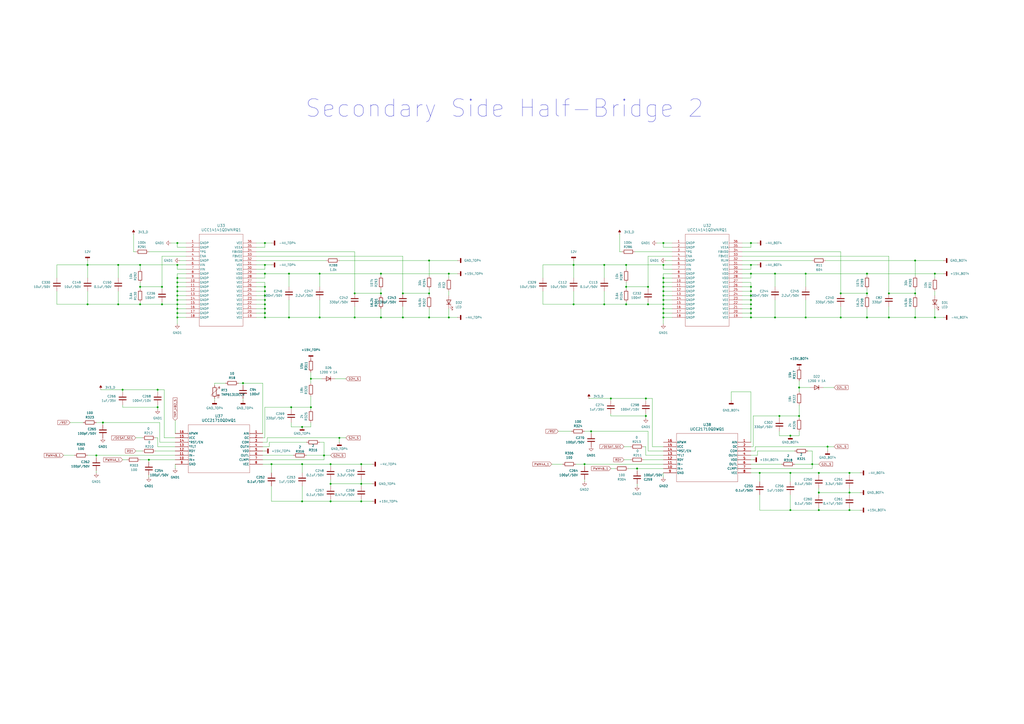
<source format=kicad_sch>
(kicad_sch (version 20231120) (generator "eeschema") (generator_version "8.0")
  (paper "A2")
  (junction (at 153.67 171.45))
  (junction (at 363.22 166.37))
  (junction (at 384.81 161.29))
  (junction (at 363.22 176.53))
  (junction (at 350.52 153.67))
  (junction (at 91.44 226.06))
  (junction (at 435.61 166.37))
  (junction (at 260.35 158.75))
  (junction (at 185.42 184.15))
  (junction (at 220.98 158.75))
  (junction (at 449.58 184.15))
  (junction (at 153.67 140.97))
  (junction (at 209.55 280.67))
  (junction (at 220.98 170.18))
  (junction (at 102.87 173.99))
  (junction (at 81.28 176.53))
  (junction (at 502.92 170.18))
  (junction (at 102.87 179.07))
  (junction (at 187.96 264.16))
  (junction (at 102.87 140.97))
  (junction (at 449.58 158.75))
  (junction (at 492.76 295.91))
  (junction (at 339.09 269.24))
  (junction (at 458.47 252.73))
  (junction (at 384.81 181.61))
  (junction (at 209.55 290.83))
  (junction (at 102.87 181.61))
  (junction (at 50.8 176.53))
  (junction (at 81.28 166.37))
  (junction (at 384.81 153.67))
  (junction (at 93.98 166.37))
  (junction (at 205.74 184.15))
  (junction (at 435.61 179.07))
  (junction (at 157.48 269.24))
  (junction (at 435.61 176.53))
  (junction (at 435.61 184.15))
  (junction (at 542.29 184.15))
  (junction (at 140.97 222.25))
  (junction (at 363.22 153.67))
  (junction (at 384.81 163.83))
  (junction (at 487.68 170.18))
  (junction (at 458.47 295.91))
  (junction (at 384.81 168.91))
  (junction (at 153.67 181.61))
  (junction (at 55.88 264.16))
  (junction (at 91.44 236.22))
  (junction (at 435.61 158.75))
  (junction (at 167.64 184.15))
  (junction (at 480.06 259.08))
  (junction (at 102.87 171.45))
  (junction (at 102.87 161.29))
  (junction (at 384.81 171.45))
  (junction (at 50.8 153.67))
  (junction (at 153.67 176.53))
  (junction (at 374.65 241.3))
  (junction (at 369.57 271.78))
  (junction (at 68.58 176.53))
  (junction (at 102.87 166.37))
  (junction (at 153.67 158.75))
  (junction (at 93.98 176.53))
  (junction (at 375.92 176.53))
  (junction (at 233.68 184.15))
  (junction (at 474.98 274.32))
  (junction (at 515.62 184.15))
  (junction (at 220.98 184.15))
  (junction (at 463.55 224.79))
  (junction (at 102.87 176.53))
  (junction (at 102.87 163.83))
  (junction (at 86.36 266.7))
  (junction (at 332.74 153.67))
  (junction (at 153.67 179.07))
  (junction (at 384.81 166.37))
  (junction (at 81.28 153.67))
  (junction (at 180.34 219.71))
  (junction (at 71.12 226.06))
  (junction (at 530.86 184.15))
  (junction (at 205.74 170.18))
  (junction (at 492.76 274.32))
  (junction (at 463.55 241.3))
  (junction (at 435.61 171.45))
  (junction (at 332.74 176.53))
  (junction (at 467.36 158.75))
  (junction (at 458.47 274.32))
  (junction (at 435.61 173.99))
  (junction (at 384.81 173.99))
  (junction (at 248.92 184.15))
  (junction (at 384.81 184.15))
  (junction (at 102.87 153.67))
  (junction (at 167.64 158.75))
  (junction (at 191.77 290.83))
  (junction (at 180.34 236.22))
  (junction (at 350.52 176.53))
  (junction (at 59.69 245.11))
  (junction (at 209.55 269.24))
  (junction (at 153.67 184.15))
  (junction (at 502.92 184.15))
  (junction (at 487.68 184.15))
  (junction (at 191.77 280.67))
  (junction (at 384.81 176.53))
  (junction (at 492.76 285.75))
  (junction (at 435.61 181.61))
  (junction (at 542.29 158.75))
  (junction (at 435.61 168.91))
  (junction (at 384.81 179.07))
  (junction (at 435.61 140.97))
  (junction (at 384.81 140.97))
  (junction (at 153.67 153.67))
  (junction (at 342.9 250.19))
  (junction (at 248.92 151.13))
  (junction (at 233.68 170.18))
  (junction (at 185.42 158.75))
  (junction (at 102.87 184.15))
  (junction (at 530.86 170.18))
  (junction (at 68.58 153.67))
  (junction (at 248.92 170.18))
  (junction (at 175.26 247.65))
  (junction (at 530.86 151.13))
  (junction (at 471.17 269.24))
  (junction (at 375.92 166.37))
  (junction (at 515.62 170.18))
  (junction (at 260.35 184.15))
  (junction (at 168.91 236.22))
  (junction (at 102.87 168.91))
  (junction (at 153.67 166.37))
  (junction (at 374.65 231.14))
  (junction (at 474.98 285.75))
  (junction (at 196.85 254))
  (junction (at 440.69 274.32))
  (junction (at 467.36 184.15))
  (junction (at 474.98 295.91))
  (junction (at 191.77 269.24))
  (junction (at 175.26 290.83))
  (junction (at 452.12 241.3))
  (junction (at 354.33 231.14))
  (junction (at 435.61 153.67))
  (junction (at 153.67 173.99))
  (junction (at 175.26 269.24))
  (junction (at 153.67 168.91))
  (junction (at 502.92 158.75))
  (wire (pts (xy 389.89 148.59) (xy 375.92 148.59)))
  (wire (pts (xy 323.85 250.19) (xy 331.47 250.19)))
  (wire (pts (xy 435.61 173.99) (xy 435.61 176.53)))
  (wire (pts (xy 148.59 168.91) (xy 153.67 168.91)))
  (wire (pts (xy 384.81 179.07) (xy 384.81 181.61)))
  (wire (pts (xy 102.87 173.99) (xy 102.87 176.53)))
  (wire (pts (xy 157.48 269.24) (xy 157.48 274.32)))
  (wire (pts (xy 153.67 236.22) (xy 168.91 236.22)))
  (wire (pts (xy 93.98 166.37) (xy 81.28 166.37)))
  (wire (pts (xy 389.89 168.91) (xy 384.81 168.91)))
  (wire (pts (xy 487.68 146.05) (xy 487.68 170.18)))
  (wire (pts (xy 148.59 181.61) (xy 153.67 181.61)))
  (wire (pts (xy 435.61 166.37) (xy 435.61 168.91)))
  (wire (pts (xy 107.95 173.99) (xy 102.87 173.99)))
  (wire (pts (xy 107.95 171.45) (xy 102.87 171.45)))
  (wire (pts (xy 153.67 153.67) (xy 157.48 153.67)))
  (wire (pts (xy 530.86 179.07) (xy 530.86 184.15)))
  (wire (pts (xy 386.08 151.13) (xy 389.89 151.13)))
  (wire (pts (xy 384.81 264.16) (xy 374.65 264.16)))
  (wire (pts (xy 430.53 163.83) (xy 435.61 163.83)))
  (wire (pts (xy 502.92 160.02) (xy 502.92 158.75)))
  (wire (pts (xy 389.89 158.75) (xy 384.81 158.75)))
  (wire (pts (xy 502.92 167.64) (xy 502.92 170.18)))
  (wire (pts (xy 40.64 245.11) (xy 48.26 245.11)))
  (wire (pts (xy 339.09 270.51) (xy 339.09 269.24)))
  (wire (pts (xy 209.55 290.83) (xy 209.55 289.56)))
  (wire (pts (xy 68.58 153.67) (xy 68.58 161.29)))
  (wire (pts (xy 430.53 171.45) (xy 435.61 171.45)))
  (wire (pts (xy 474.98 274.32) (xy 474.98 275.59)))
  (wire (pts (xy 389.89 153.67) (xy 384.81 153.67)))
  (wire (pts (xy 77.47 135.89) (xy 77.47 146.05)))
  (wire (pts (xy 102.87 171.45) (xy 102.87 173.99)))
  (wire (pts (xy 467.36 158.75) (xy 502.92 158.75)))
  (wire (pts (xy 175.26 274.32) (xy 175.26 269.24)))
  (wire (pts (xy 180.34 245.11) (xy 180.34 247.65)))
  (wire (pts (xy 153.67 173.99) (xy 153.67 176.53)))
  (wire (pts (xy 375.92 166.37) (xy 363.22 166.37)))
  (wire (pts (xy 458.47 279.4) (xy 458.47 274.32)))
  (wire (pts (xy 452.12 252.73) (xy 458.47 252.73)))
  (wire (pts (xy 435.61 179.07) (xy 435.61 181.61)))
  (wire (pts (xy 248.92 179.07) (xy 248.92 184.15)))
  (wire (pts (xy 314.96 153.67) (xy 314.96 161.29)))
  (wire (pts (xy 314.96 176.53) (xy 332.74 176.53)))
  (wire (pts (xy 440.69 287.02) (xy 440.69 295.91)))
  (wire (pts (xy 438.15 259.08) (xy 480.06 259.08)))
  (wire (pts (xy 71.12 236.22) (xy 91.44 236.22)))
  (wire (pts (xy 458.47 287.02) (xy 458.47 295.91)))
  (wire (pts (xy 185.42 184.15) (xy 205.74 184.15)))
  (wire (pts (xy 196.85 254) (xy 200.66 254)))
  (wire (pts (xy 180.34 219.71) (xy 186.69 219.71)))
  (wire (pts (xy 175.26 281.94) (xy 175.26 290.83)))
  (wire (pts (xy 339.09 278.13) (xy 339.09 279.4)))
  (wire (pts (xy 368.3 146.05) (xy 389.89 146.05)))
  (wire (pts (xy 492.76 274.32) (xy 492.76 275.59)))
  (wire (pts (xy 175.26 247.65) (xy 180.34 247.65)))
  (wire (pts (xy 107.95 179.07) (xy 102.87 179.07)))
  (wire (pts (xy 153.67 184.15) (xy 167.64 184.15)))
  (wire (pts (xy 86.36 266.7) (xy 86.36 267.97)))
  (wire (pts (xy 449.58 158.75) (xy 467.36 158.75)))
  (wire (pts (xy 363.22 175.26) (xy 363.22 176.53)))
  (wire (pts (xy 439.42 264.16) (xy 435.61 264.16)))
  (wire (pts (xy 374.65 241.3) (xy 374.65 242.57)))
  (wire (pts (xy 220.98 179.07) (xy 220.98 184.15)))
  (wire (pts (xy 191.77 280.67) (xy 191.77 281.94)))
  (wire (pts (xy 384.81 140.97) (xy 389.89 140.97)))
  (wire (pts (xy 185.42 173.99) (xy 185.42 184.15)))
  (wire (pts (xy 50.8 168.91) (xy 50.8 176.53)))
  (wire (pts (xy 148.59 179.07) (xy 153.67 179.07)))
  (wire (pts (xy 93.98 167.64) (xy 93.98 166.37)))
  (wire (pts (xy 430.53 173.99) (xy 435.61 173.99)))
  (wire (pts (xy 430.53 153.67) (xy 435.61 153.67)))
  (wire (pts (xy 50.8 153.67) (xy 33.02 153.67)))
  (wire (pts (xy 389.89 173.99) (xy 384.81 173.99)))
  (wire (pts (xy 430.53 146.05) (xy 487.68 146.05)))
  (wire (pts (xy 463.55 242.57) (xy 463.55 241.3)))
  (wire (pts (xy 487.68 184.15) (xy 502.92 184.15)))
  (wire (pts (xy 492.76 285.75) (xy 499.11 285.75)))
  (wire (pts (xy 248.92 167.64) (xy 248.92 170.18)))
  (wire (pts (xy 463.55 224.79) (xy 469.9 224.79)))
  (wire (pts (xy 209.55 280.67) (xy 215.9 280.67)))
  (wire (pts (xy 55.88 264.16) (xy 50.8 264.16)))
  (wire (pts (xy 191.77 269.24) (xy 191.77 270.51)))
  (wire (pts (xy 124.46 231.14) (xy 124.46 232.41)))
  (wire (pts (xy 101.6 256.54) (xy 92.71 256.54)))
  (wire (pts (xy 107.95 166.37) (xy 102.87 166.37)))
  (wire (pts (xy 375.92 261.62) (xy 375.92 250.19)))
  (wire (pts (xy 81.28 166.37) (xy 81.28 167.64)))
  (wire (pts (xy 107.95 143.51) (xy 102.87 143.51)))
  (wire (pts (xy 260.35 158.75) (xy 260.35 161.29)))
  (wire (pts (xy 452.12 250.19) (xy 452.12 252.73)))
  (wire (pts (xy 153.67 179.07) (xy 153.67 181.61)))
  (wire (pts (xy 435.61 143.51) (xy 435.61 140.97)))
  (wire (pts (xy 384.81 163.83) (xy 384.81 166.37)))
  (wire (pts (xy 435.61 153.67) (xy 435.61 156.21)))
  (wire (pts (xy 101.6 254) (xy 95.25 254)))
  (wire (pts (xy 95.25 254) (xy 95.25 226.06)))
  (wire (pts (xy 68.58 153.67) (xy 50.8 153.67)))
  (wire (pts (xy 194.31 219.71) (xy 200.66 219.71)))
  (wire (pts (xy 474.98 285.75) (xy 474.98 287.02)))
  (wire (pts (xy 185.42 158.75) (xy 185.42 166.37)))
  (wire (pts (xy 260.35 168.91) (xy 260.35 171.45)))
  (wire (pts (xy 148.59 173.99) (xy 153.67 173.99)))
  (wire (pts (xy 148.59 176.53) (xy 153.67 176.53)))
  (wire (pts (xy 101.6 266.7) (xy 86.36 266.7)))
  (wire (pts (xy 502.92 158.75) (xy 542.29 158.75)))
  (wire (pts (xy 435.61 184.15) (xy 449.58 184.15)))
  (wire (pts (xy 167.64 158.75) (xy 185.42 158.75)))
  (wire (pts (xy 124.46 222.25) (xy 124.46 223.52)))
  (wire (pts (xy 157.48 290.83) (xy 175.26 290.83)))
  (wire (pts (xy 248.92 151.13) (xy 265.43 151.13)))
  (wire (pts (xy 177.8 264.16) (xy 187.96 264.16)))
  (wire (pts (xy 102.87 166.37) (xy 102.87 168.91)))
  (wire (pts (xy 430.53 158.75) (xy 435.61 158.75)))
  (wire (pts (xy 167.64 173.99) (xy 167.64 184.15)))
  (wire (pts (xy 33.02 168.91) (xy 33.02 176.53)))
  (wire (pts (xy 180.34 237.49) (xy 180.34 236.22)))
  (wire (pts (xy 71.12 226.06) (xy 71.12 227.33)))
  (wire (pts (xy 363.22 153.67) (xy 384.81 153.67)))
  (wire (pts (xy 99.06 140.97) (xy 102.87 140.97)))
  (wire (pts (xy 477.52 224.79) (xy 483.87 224.79)))
  (wire (pts (xy 58.42 226.06) (xy 71.12 226.06)))
  (wire (pts (xy 430.53 179.07) (xy 435.61 179.07)))
  (wire (pts (xy 175.26 269.24) (xy 191.77 269.24)))
  (wire (pts (xy 153.67 168.91) (xy 153.67 171.45)))
  (wire (pts (xy 350.52 176.53) (xy 363.22 176.53)))
  (wire (pts (xy 375.92 175.26) (xy 375.92 176.53)))
  (wire (pts (xy 180.34 229.87) (xy 180.34 236.22)))
  (wire (pts (xy 515.62 184.15) (xy 530.86 184.15)))
  (wire (pts (xy 91.44 259.08) (xy 91.44 254)))
  (wire (pts (xy 153.67 161.29) (xy 153.67 158.75)))
  (wire (pts (xy 449.58 173.99) (xy 449.58 184.15)))
  (wire (pts (xy 320.04 269.24) (xy 326.39 269.24)))
  (wire (pts (xy 153.67 181.61) (xy 153.67 184.15)))
  (wire (pts (xy 378.46 259.08) (xy 378.46 231.14)))
  (wire (pts (xy 153.67 254) (xy 152.4 254)))
  (wire (pts (xy 148.59 140.97) (xy 153.67 140.97)))
  (wire (pts (xy 102.87 181.61) (xy 102.87 184.15)))
  (wire (pts (xy 452.12 242.57) (xy 452.12 241.3)))
  (wire (pts (xy 430.53 166.37) (xy 435.61 166.37)))
  (wire (pts (xy 71.12 234.95) (xy 71.12 236.22)))
  (wire (pts (xy 373.38 259.08) (xy 374.65 259.08)))
  (wire (pts (xy 180.34 215.9) (xy 180.34 219.71)))
  (wire (pts (xy 107.95 168.91) (xy 102.87 168.91)))
  (wire (pts (xy 107.95 181.61) (xy 102.87 181.61)))
  (wire (pts (xy 102.87 176.53) (xy 102.87 179.07)))
  (wire (pts (xy 185.42 256.54) (xy 187.96 256.54)))
  (wire (pts (xy 440.69 274.32) (xy 440.69 279.4)))
  (wire (pts (xy 148.59 184.15) (xy 153.67 184.15)))
  (wire (pts (xy 471.17 269.24) (xy 474.98 269.24)))
  (wire (pts (xy 148.59 156.21) (xy 153.67 156.21)))
  (wire (pts (xy 68.58 176.53) (xy 81.28 176.53)))
  (wire (pts (xy 467.36 158.75) (xy 467.36 166.37)))
  (wire (pts (xy 156.21 256.54) (xy 177.8 256.54)))
  (wire (pts (xy 167.64 158.75) (xy 167.64 166.37)))
  (wire (pts (xy 185.42 158.75) (xy 220.98 158.75)))
  (wire (pts (xy 101.6 259.08) (xy 91.44 259.08)))
  (wire (pts (xy 389.89 143.51) (xy 384.81 143.51)))
  (wire (pts (xy 260.35 158.75) (xy 265.43 158.75)))
  (wire (pts (xy 59.69 245.11) (xy 92.71 245.11)))
  (wire (pts (xy 449.58 184.15) (xy 467.36 184.15)))
  (wire (pts (xy 168.91 247.65) (xy 175.26 247.65)))
  (wire (pts (xy 36.83 264.16) (xy 43.18 264.16)))
  (wire (pts (xy 542.29 158.75) (xy 542.29 161.29)))
  (wire (pts (xy 430.53 181.61) (xy 435.61 181.61)))
  (wire (pts (xy 314.96 168.91) (xy 314.96 176.53)))
  (wire (pts (xy 435.61 168.91) (xy 435.61 171.45)))
  (wire (pts (xy 430.53 148.59) (xy 515.62 148.59)))
  (wire (pts (xy 148.59 163.83) (xy 153.67 163.83)))
  (wire (pts (xy 435.61 256.54) (xy 435.61 227.33)))
  (wire (pts (xy 153.67 158.75) (xy 167.64 158.75)))
  (wire (pts (xy 130.81 222.25) (xy 124.46 222.25)))
  (wire (pts (xy 492.76 285.75) (xy 492.76 287.02)))
  (wire (pts (xy 339.09 269.24) (xy 334.01 269.24)))
  (wire (pts (xy 363.22 163.83) (xy 363.22 166.37)))
  (wire (pts (xy 430.53 176.53) (xy 435.61 176.53)))
  (wire (pts (xy 480.06 259.08) (xy 483.87 259.08)))
  (wire (pts (xy 107.95 158.75) (xy 102.87 158.75)))
  (wire (pts (xy 68.58 168.91) (xy 68.58 176.53)))
  (wire (pts (xy 440.69 295.91) (xy 458.47 295.91)))
  (wire (pts (xy 152.4 251.46) (xy 152.4 222.25)))
  (wire (pts (xy 350.52 168.91) (xy 350.52 176.53)))
  (wire (pts (xy 102.87 163.83) (xy 102.87 166.37)))
  (wire (pts (xy 148.59 143.51) (xy 153.67 143.51)))
  (wire (pts (xy 363.22 176.53) (xy 375.92 176.53)))
  (wire (pts (xy 487.68 170.18) (xy 502.92 170.18)))
  (wire (pts (xy 102.87 184.15) (xy 102.87 187.96)))
  (wire (pts (xy 389.89 156.21) (xy 384.81 156.21)))
  (wire (pts (xy 487.68 177.8) (xy 487.68 184.15)))
  (wire (pts (xy 374.65 241.3) (xy 374.65 240.03)))
  (wire (pts (xy 248.92 184.15) (xy 260.35 184.15)))
  (wire (pts (xy 187.96 264.16) (xy 187.96 266.7)))
  (wire (pts (xy 180.34 236.22) (xy 168.91 236.22)))
  (wire (pts (xy 156.21 259.08) (xy 152.4 259.08)))
  (wire (pts (xy 55.88 273.05) (xy 55.88 274.32)))
  (wire (pts (xy 471.17 261.62) (xy 471.17 269.24)))
  (wire (pts (xy 435.61 266.7) (xy 436.88 266.7)))
  (wire (pts (xy 332.74 153.67) (xy 332.74 161.29)))
  (wire (pts (xy 435.61 274.32) (xy 440.69 274.32)))
  (wire (pts (xy 430.53 161.29) (xy 435.61 161.29)))
  (wire (pts (xy 389.89 163.83) (xy 384.81 163.83)))
  (wire (pts (xy 369.57 271.78) (xy 364.49 271.78)))
  (wire (pts (xy 492.76 295.91) (xy 492.76 294.64)))
  (wire (pts (xy 430.53 151.13) (xy 471.17 151.13)))
  (wire (pts (xy 375.92 148.59) (xy 375.92 166.37)))
  (wire (pts (xy 369.57 280.67) (xy 369.57 281.94)))
  (wire (pts (xy 196.85 254) (xy 196.85 256.54)))
  (wire (pts (xy 215.9 290.83) (xy 209.55 290.83)))
  (wire (pts (xy 91.44 236.22) (xy 91.44 237.49)))
  (wire (pts (xy 233.68 177.8) (xy 233.68 184.15)))
  (wire (pts (xy 86.36 266.7) (xy 81.28 266.7)))
  (wire (pts (xy 463.55 234.95) (xy 463.55 241.3)))
  (wire (pts (xy 187.96 256.54) (xy 187.96 264.16)))
  (wire (pts (xy 440.69 274.32) (xy 458.47 274.32)))
  (wire (pts (xy 93.98 176.53) (xy 102.87 176.53)))
  (wire (pts (xy 180.34 219.71) (xy 180.34 222.25)))
  (wire (pts (xy 530.86 184.15) (xy 542.29 184.15)))
  (wire (pts (xy 140.97 231.14) (xy 140.97 232.41)))
  (wire (pts (xy 471.17 269.24) (xy 471.17 271.78)))
  (wire (pts (xy 384.81 184.15) (xy 384.81 187.96)))
  (wire (pts (xy 86.36 146.05) (xy 107.95 146.05)))
  (wire (pts (xy 191.77 269.24) (xy 209.55 269.24)))
  (wire (pts (xy 102.87 143.51) (xy 102.87 140.97)))
  (wire (pts (xy 191.77 280.67) (xy 209.55 280.67)))
  (wire (pts (xy 435.61 181.61) (xy 435.61 184.15)))
  (wire (pts (xy 530.86 167.64) (xy 530.86 170.18)))
  (wire (pts (xy 363.22 156.21) (xy 363.22 153.67)))
  (wire (pts (xy 384.81 168.91) (xy 384.81 171.45)))
  (wire (pts (xy 384.81 143.51) (xy 384.81 140.97)))
  (wire (pts (xy 167.64 184.15) (xy 185.42 184.15)))
  (wire (pts (xy 478.79 151.13) (xy 530.86 151.13)))
  (wire (pts (xy 153.67 140.97) (xy 157.48 140.97)))
  (wire (pts (xy 107.95 148.59) (xy 93.98 148.59)))
  (wire (pts (xy 424.18 227.33) (xy 424.18 232.41)))
  (wire (pts (xy 438.15 259.08) (xy 438.15 261.62)))
  (wire (pts (xy 341.63 231.14) (xy 354.33 231.14)))
  (wire (pts (xy 102.87 179.07) (xy 102.87 181.61)))
  (wire (pts (xy 209.55 269.24) (xy 215.9 269.24)))
  (wire (pts (xy 435.61 161.29) (xy 435.61 158.75)))
  (wire (pts (xy 260.35 184.15) (xy 265.43 184.15)))
  (wire (pts (xy 148.59 146.05) (xy 205.74 146.05)))
  (wire (pts (xy 220.98 170.18) (xy 220.98 171.45)))
  (wire (pts (xy 50.8 153.67) (xy 50.8 161.29)))
  (wire (pts (xy 384.81 276.86) (xy 384.81 274.32)))
  (wire (pts (xy 389.89 176.53) (xy 384.81 176.53)))
  (wire (pts (xy 389.89 166.37) (xy 384.81 166.37)))
  (wire (pts (xy 157.48 269.24) (xy 175.26 269.24)))
  (wire (pts (xy 381 140.97) (xy 384.81 140.97)))
  (wire (pts (xy 152.4 261.62) (xy 153.67 261.62)))
  (wire (pts (xy 332.74 151.13) (xy 332.74 153.67)))
  (wire (pts (xy 209.55 280.67) (xy 209.55 281.94)))
  (wire (pts (xy 148.59 148.59) (xy 233.68 148.59)))
  (wire (pts (xy 474.98 295.91) (xy 492.76 295.91)))
  (wire (pts (xy 359.41 135.89) (xy 359.41 146.05)))
  (wire (pts (xy 248.92 170.18) (xy 248.92 171.45)))
  (wire (pts (xy 209.55 278.13) (xy 209.55 280.67)))
  (wire (pts (xy 191.77 289.56) (xy 191.77 290.83)))
  (wire (pts (xy 350.52 153.67) (xy 350.52 161.29)))
  (wire (pts (xy 384.81 181.61) (xy 384.81 184.15)))
  (wire (pts (xy 384.81 259.08) (xy 378.46 259.08)))
  (wire (pts (xy 435.61 163.83) (xy 435.61 166.37)))
  (wire (pts (xy 463.55 250.19) (xy 463.55 252.73)))
  (wire (pts (xy 81.28 176.53) (xy 93.98 176.53)))
  (wire (pts (xy 375.92 176.53) (xy 384.81 176.53)))
  (wire (pts (xy 354.33 240.03) (xy 354.33 241.3)))
  (wire (pts (xy 384.81 271.78) (xy 369.57 271.78)))
  (wire (pts (xy 430.53 140.97) (xy 435.61 140.97)))
  (wire (pts (xy 81.28 175.26) (xy 81.28 176.53)))
  (wire (pts (xy 153.67 163.83) (xy 153.67 166.37)))
  (wire (pts (xy 33.02 176.53) (xy 50.8 176.53)))
  (wire (pts (xy 389.89 171.45) (xy 384.81 171.45)))
  (wire (pts (xy 474.98 294.64) (xy 474.98 295.91)))
  (wire (pts (xy 81.28 153.67) (xy 102.87 153.67)))
  (wire (pts (xy 102.87 158.75) (xy 102.87 161.29)))
  (wire (pts (xy 435.61 271.78) (xy 471.17 271.78)))
  (wire (pts (xy 389.89 179.07) (xy 384.81 179.07)))
  (wire (pts (xy 430.53 156.21) (xy 435.61 156.21)))
  (wire (pts (xy 55.88 264.16) (xy 101.6 264.16)))
  (wire (pts (xy 474.98 285.75) (xy 492.76 285.75)))
  (wire (pts (xy 152.4 264.16) (xy 170.18 264.16)))
  (wire (pts (xy 542.29 158.75) (xy 547.37 158.75)))
  (wire (pts (xy 101.6 243.84) (xy 101.6 251.46)))
  (wire (pts (xy 55.88 245.11) (xy 59.69 245.11)))
  (wire (pts (xy 480.06 259.08) (xy 480.06 261.62)))
  (wire (pts (xy 438.15 261.62) (xy 435.61 261.62)))
  (wire (pts (xy 107.95 176.53) (xy 102.87 176.53)))
  (wire (pts (xy 430.53 184.15) (xy 435.61 184.15)))
  (wire (pts (xy 463.55 224.79) (xy 463.55 227.33)))
  (wire (pts (xy 191.77 290.83) (xy 209.55 290.83)))
  (wire (pts (xy 153.67 254) (xy 153.67 236.22)))
  (wire (pts (xy 363.22 166.37) (xy 363.22 167.64)))
  (wire (pts (xy 154.94 254) (xy 154.94 256.54)))
  (wire (pts (xy 435.61 171.45) (xy 435.61 173.99)))
  (wire (pts (xy 90.17 261.62) (xy 101.6 261.62)))
  (wire (pts (xy 435.61 227.33) (xy 424.18 227.33)))
  (wire (pts (xy 157.48 281.94) (xy 157.48 290.83)))
  (wire (pts (xy 220.98 184.15) (xy 233.68 184.15)))
  (wire (pts (xy 153.67 166.37) (xy 153.67 168.91)))
  (wire (pts (xy 153.67 171.45) (xy 153.67 173.99)))
  (wire (pts (xy 436.88 259.08) (xy 435.61 259.08)))
  (wire (pts (xy 436.88 259.08) (xy 436.88 241.3)))
  (wire (pts (xy 499.11 295.91) (xy 492.76 295.91)))
  (wire (pts (xy 148.59 171.45) (xy 153.67 171.45)))
  (wire (pts (xy 374.65 231.14) (xy 354.33 231.14)))
  (wire (pts (xy 389.89 184.15) (xy 384.81 184.15)))
  (wire (pts (xy 233.68 148.59) (xy 233.68 170.18)))
  (wire (pts (xy 101.6 271.78) (xy 101.6 269.24)))
  (wire (pts (xy 339.09 269.24) (xy 384.81 269.24)))
  (wire (pts (xy 373.38 266.7) (xy 384.81 266.7)))
  (wire (pts (xy 233.68 170.18) (xy 248.92 170.18)))
  (wire (pts (xy 153.67 153.67) (xy 153.67 156.21)))
  (wire (pts (xy 354.33 231.14) (xy 354.33 232.41)))
  (wire (pts (xy 342.9 250.19) (xy 342.9 251.46)))
  (wire (pts (xy 205.74 146.05) (xy 205.74 170.18)))
  (wire (pts (xy 205.74 177.8) (xy 205.74 184.15)))
  (wire (pts (xy 435.61 140.97) (xy 439.42 140.97)))
  (wire (pts (xy 463.55 241.3) (xy 452.12 241.3)))
  (wire (pts (xy 33.02 153.67) (xy 33.02 161.29)))
  (wire (pts (xy 384.81 171.45) (xy 384.81 173.99)))
  (wire (pts (xy 86.36 275.59) (xy 86.36 276.86)))
  (wire (pts (xy 152.4 222.25) (xy 140.97 222.25)))
  (wire (pts (xy 107.95 153.67) (xy 102.87 153.67)))
  (wire (pts (xy 92.71 256.54) (xy 92.71 245.11)))
  (wire (pts (xy 439.42 261.62) (xy 439.42 264.16)))
  (wire (pts (xy 102.87 168.91) (xy 102.87 171.45)))
  (wire (pts (xy 458.47 295.91) (xy 474.98 295.91)))
  (wire (pts (xy 148.59 158.75) (xy 153.67 158.75)))
  (wire (pts (xy 430.53 168.91) (xy 435.61 168.91)))
  (wire (pts (xy 436.88 241.3) (xy 452.12 241.3)))
  (wire (pts (xy 359.41 146.05) (xy 360.68 146.05)))
  (wire (pts (xy 90.17 254) (xy 91.44 254)))
  (wire (pts (xy 220.98 158.75) (xy 260.35 158.75)))
  (wire (pts (xy 384.81 158.75) (xy 384.81 161.29)))
  (wire (pts (xy 152.4 269.24) (xy 157.48 269.24)))
  (wire (pts (xy 468.63 261.62) (xy 471.17 261.62)))
  (wire (pts (xy 374.65 232.41) (xy 374.65 231.14)))
  (wire (pts (xy 542.29 168.91) (xy 542.29 171.45)))
  (wire (pts (xy 81.28 156.21) (xy 81.28 153.67)))
  (wire (pts (xy 332.74 176.53) (xy 350.52 176.53)))
  (wire (pts (xy 378.46 231.14) (xy 374.65 231.14)))
  (wire (pts (xy 153.67 176.53) (xy 153.67 179.07)))
  (wire (pts (xy 384.81 161.29) (xy 384.81 163.83)))
  (wire (pts (xy 93.98 175.26) (xy 93.98 176.53)))
  (wire (pts (xy 354.33 241.3) (xy 374.65 241.3)))
  (wire (pts (xy 332.74 153.67) (xy 314.96 153.67)))
  (wire (pts (xy 502.92 170.18) (xy 502.92 171.45)))
  (wire (pts (xy 50.8 151.13) (xy 50.8 153.67)))
  (wire (pts (xy 104.14 151.13) (xy 107.95 151.13)))
  (wire (pts (xy 107.95 163.83) (xy 102.87 163.83)))
  (wire (pts (xy 107.95 161.29) (xy 102.87 161.29)))
  (wire (pts (xy 458.47 274.32) (xy 474.98 274.32)))
  (wire (pts (xy 354.33 271.78) (xy 356.87 271.78)))
  (wire (pts (xy 93.98 148.59) (xy 93.98 166.37)))
  (wire (pts (xy 168.91 237.49) (xy 168.91 236.22)))
  (wire (pts (xy 154.94 254) (xy 196.85 254)))
  (wire (pts (xy 435.61 153.67) (xy 439.42 153.67)))
  (wire (pts (xy 430.53 143.51) (xy 435.61 143.51)))
  (wire (pts (xy 91.44 226.06) (xy 71.12 226.06)))
  (wire (pts (xy 467.36 173.99) (xy 467.36 184.15)))
  (wire (pts (xy 153.67 143.51) (xy 153.67 140.97)))
  (wire (pts (xy 435.61 269.24) (xy 453.39 269.24)))
  (wire (pts (xy 107.95 184.15) (xy 102.87 184.15)))
  (wire (pts (xy 91.44 227.33) (xy 91.44 226.06)))
  (wire (pts (xy 220.98 167.64) (xy 220.98 170.18)))
  (wire (pts (xy 361.95 266.7) (xy 365.76 266.7)))
  (wire (pts (xy 77.47 146.05) (xy 78.74 146.05)))
  (wire (pts (xy 384.81 176.53) (xy 384.81 179.07)))
  (wire (pts (xy 435.61 176.53) (xy 435.61 179.07)))
  (wire (pts (xy 91.44 236.22) (xy 91.44 234.95)))
  (wire (pts (xy 461.01 269.24) (xy 471.17 269.24)))
  (wire (pts (xy 148.59 166.37) (xy 153.67 166.37)))
  (wire (pts (xy 384.81 261.62) (xy 375.92 261.62)))
  (wire (pts (xy 205.74 170.18) (xy 220.98 170.18)))
  (wire (pts (xy 435.61 158.75) (xy 449.58 158.75)))
  (wire (pts (xy 515.62 148.59) (xy 515.62 170.18)))
  (wire (pts (xy 474.98 274.32) (xy 492.76 274.32)))
  (wire (pts (xy 374.65 264.16) (xy 374.65 259.08)))
  (wire (pts (xy 148.59 161.29) (xy 153.67 161.29)))
  (wire (pts (xy 389.89 161.29) (xy 384.81 161.29)))
  (wire (pts (xy 530.86 151.13) (xy 530.86 160.02)))
  (wire (pts (xy 71.12 266.7) (xy 73.66 266.7)))
  (wire (pts (xy 248.92 151.13) (xy 248.92 160.02)))
  (wire (pts (xy 492.76 283.21) (xy 492.76 285.75)))
  (wire (pts (xy 467.36 184.15) (xy 487.68 184.15)))
  (wire (pts (xy 530.86 151.13) (xy 547.37 151.13)))
  (wire (pts (xy 205.74 184.15) (xy 220.98 184.15)))
  (wire (pts (xy 196.85 151.13) (xy 248.92 151.13)))
  (wire (pts (xy 95.25 226.06) (xy 91.44 226.06)))
  (wire (pts (xy 515.62 170.18) (xy 530.86 170.18)))
  (wire (pts (xy 384.81 156.21) (xy 384.81 153.67)))
  (wire (pts (xy 449.58 158.75) (xy 449.58 166.37)))
  (wire (pts (xy 389.89 181.61) (xy 384.81 181.61)))
  (wire (pts (xy 175.26 290.83) (xy 191.77 290.83)))
  (wire (pts (xy 220.98 160.02) (xy 220.98 158.75)))
  (wire (pts (xy 233.68 184.15) (xy 248.92 184.15)))
  (wire (pts (xy 332.74 168.91) (xy 332.74 176.53)))
  (wire (pts (xy 148.59 153.67) (xy 153.67 153.67)))
  (wire (pts (xy 339.09 250.19) (xy 342.9 250.19)))
  (wire (pts (xy 187.96 264.16) (xy 191.77 264.16)))
  (wire (pts (xy 191.77 278.13) (xy 191.77 280.67)))
  (wire (pts (xy 384.81 166.37) (xy 384.81 168.91)))
  (wire (pts (xy 102.87 156.21) (xy 102.87 153.67)))
  (wire (pts (xy 530.86 170.18) (xy 530.86 171.45)))
  (wire (pts (xy 439.42 261.62) (xy 461.01 261.62)))
  (wire (pts (xy 81.28 163.83) (xy 81.28 166.37)))
  (wire (pts (xy 350.52 153.67) (xy 332.74 153.67)))
  (wire (pts (xy 81.28 153.67) (xy 68.58 153.67)))
  (wire (pts (xy 152.4 266.7) (xy 187.96 266.7)))
  (wire (pts (xy 502.92 179.07) (xy 502.92 184.15)))
  (wire (pts (xy 78.74 254) (xy 82.55 254)))
  (wire (pts (xy 148.59 151.13) (xy 189.23 151.13)))
  (wire (pts (xy 515.62 177.8) (xy 515.62 184.15)))
  (wire (pts (xy 542.29 179.07) (xy 542.29 184.15)))
  (wire (pts (xy 542.29 184.15) (xy 547.37 184.15)))
  (wire (pts (xy 363.22 153.67) (xy 350.52 153.67)))
  (wire (pts (xy 209.55 269.24) (xy 209.55 270.51)))
  (wire (pts (xy 384.81 173.99) (xy 384.81 176.53)))
  (wire (pts (xy 107.95 156.21) (xy 102.87 156.21)))
  (wire (pts (xy 361.95 259.08) (xy 365.76 259.08)))
  (wire (pts (xy 458.47 252.73) (xy 463.55 252.73)))
  (wire (pts (xy 168.91 245.11) (xy 168.91 247.65)))
  (wire (pts (xy 156.21 256.54) (xy 156.21 259.08)))
  (wire (pts (xy 50.8 176.53) (xy 68.58 176.53)))
  (wire (pts (xy 369.57 271.78) (xy 369.57 273.05)))
  (wire (pts (xy 102.87 161.29) (xy 102.87 163.83)))
  (wire (pts (xy 502.92 184.15) (xy 515.62 184.15)))
  (wire (pts (xy 138.43 222.25) (xy 140.97 222.25)))
  (wire (pts (xy 102.87 140.97) (xy 107.95 140.97)))
  (wire (pts (xy 78.74 261.62) (xy 82.55 261.62)))
  (wire (pts (xy 463.55 220.98) (xy 463.55 224.79)))
  (wire (pts (xy 342.9 250.19) (xy 375.92 250.19)))
  (wire (pts (xy 260.35 179.07) (xy 260.35 184.15)))
  (wire (pts (xy 154.94 256.54) (xy 152.4 256.54)))
  (wire (pts (xy 474.98 283.21) (xy 474.98 285.75)))
  (wire (pts (xy 140.97 222.25) (xy 140.97 223.52)))
  (wire (pts (xy 375.92 167.64) (xy 375.92 166.37)))
  (wire (pts (xy 55.88 265.43) (xy 55.88 264.16)))
  (wire (pts (xy 59.69 245.11) (xy 59.69 246.38)))
  (wire (pts (xy 492.76 274.32) (xy 499.11 274.32)))
  (text "Secondary Side Half-Bridge 2" (at 292.608 62.992 0) (effects (font (size 10 10))))
  (global_label "{slash}DESAT_SEC" (shape input) (at 361.95 259.08 180) (property "Intersheetrefs" "${INTERSHEET_REFS}" (effects (hide yes))))
  (global_label "PWM4B_1" (shape input) (at 36.83 264.16 180) (property "Intersheetrefs" "${INTERSHEET_REFS}" (effects (hide yes))))
  (global_label "TMP_HB2_S" (shape input) (at 101.6 243.84 90) (property "Intersheetrefs" "${INTERSHEET_REFS}" (effects (hide yes))))
  (global_label "{slash}DESAT_SEC" (shape input) (at 78.74 254 180) (property "Intersheetrefs" "${INTERSHEET_REFS}" (effects (hide yes))))
  (global_label "G2L_S" (shape input) (at 474.98 269.24 0) (property "Intersheetrefs" "${INTERSHEET_REFS}" (effects (hide yes))))
  (global_label "PWM4B_1" (shape input) (at 354.33 271.78 180) (property "Intersheetrefs" "${INTERSHEET_REFS}" (effects (hide yes))))
  (global_label "S2H_S" (shape input) (at 200.66 254 0) (property "Intersheetrefs" "${INTERSHEET_REFS}" (effects (hide yes))))
  (global_label "PWM4A_1" (shape input) (at 320.04 269.24 180) (property "Intersheetrefs" "${INTERSHEET_REFS}" (effects (hide yes))))
  (global_label "{slash}RST" (shape input) (at 323.85 250.19 180) (property "Intersheetrefs" "${INTERSHEET_REFS}" (effects (hide yes))))
  (global_label "RDY" (shape input) (at 78.74 261.62 180) (property "Intersheetrefs" "${INTERSHEET_REFS}" (effects (hide yes))))
  (global_label "PWM4A_1" (shape input) (at 71.12 266.7 180) (property "Intersheetrefs" "${INTERSHEET_REFS}" (effects (hide yes))))
  (global_label "D2L_S" (shape input) (at 483.87 224.79 0) (property "Intersheetrefs" "${INTERSHEET_REFS}" (effects (hide yes))))
  (global_label "S2L_S" (shape input) (at 483.87 259.08 0) (property "Intersheetrefs" "${INTERSHEET_REFS}" (effects (hide yes))))
  (global_label "RDY" (shape input) (at 361.95 266.7 180) (property "Intersheetrefs" "${INTERSHEET_REFS}" (effects (hide yes))))
  (global_label "G2H_S" (shape input) (at 191.77 264.16 0) (property "Intersheetrefs" "${INTERSHEET_REFS}" (effects (hide yes))))
  (global_label "{slash}RST" (shape input) (at 40.64 245.11 180) (property "Intersheetrefs" "${INTERSHEET_REFS}" (effects (hide yes))))
  (global_label "D2H_S" (shape input) (at 200.66 219.71 0) (property "Intersheetrefs" "${INTERSHEET_REFS}" (effects (hide yes))))
  (symbol (lib_id "Device:C") (at 492.76 279.4 0) (mirror x) (unit 1)
    (property "Reference" "C251" (at 488.95 278.1299 0) (effects (justify right)))
    (property "Value" "3.3uF/50V" (at 488.95 280.6699 0) (effects (justify right)))
    (property "Footprint" "Capacitor_SMD:C_1206_3216Metric" (effects (hide yes)))
    (property "Description" "Unpolarized capacitor" (effects (hide yes)))
    (instances (project "DAB_Pablo" (path "" (reference "C251") (unit 1)) (path "" (reference "C290") (unit 1))))
  )
  (symbol (lib_id "power:-3V3") (at 58.42 226.06 0) (unit 1)
    (property "Reference" "#PWR052" (effects (hide yes)))
    (property "Value" "3V3_D" (at 60.96 224.7899 0) (effects (justify left)))
    (property "Description" "Power symbol creates a global label with name \"-3V3\"" (effects (hide yes)))
    (instances (project "DAB_Pablo" (path "" (reference "#PWR052") (unit 1)) (path "" (reference "#PWR0162") (unit 1))))
  )
  (symbol (lib_id "Device:R") (at 220.98 163.83 0) (mirror x) (unit 1)
    (property "Reference" "R293" (at 218.186 164.084 90))
    (property "Value" "107k" (at 215.646 164.084 90))
    (property "Footprint" "Resistor_SMD:R_0201_0603Metric" (effects (hide yes)))
    (property "Description" "Resistor" (effects (hide yes)))
    (instances (project "DAB_Pablo" (path "" (reference "R293") (unit 1)) (path "" (reference "R331") (unit 1))))
  )
  (symbol (lib_id "Device:R") (at 463.55 246.38 0) (mirror x) (unit 1)
    (property "Reference" "R326" (at 460.756 246.634 90))
    (property "Value" "2k" (at 458.216 246.634 90))
    (property "Footprint" "Resistor_SMD:R_0201_0603Metric" (effects (hide yes)))
    (property "Description" "Resistor" (effects (hide yes)))
    (instances (project "DAB_Pablo" (path "" (reference "R326") (unit 1)) (path "" (reference "R378") (unit 1))))
  )
  (symbol (lib_id "Device:D") (at 473.71 224.79 180) (unit 1)
    (property "Reference" "D22" (at 473.71 218.44 0))
    (property "Value" "1200 V 1A" (at 473.71 220.98 0))
    (property "Footprint" "Diode_SMD:D_SMA" (effects (hide yes)))
    (property "Description" "Diode" (effects (hide yes)))
    (property "Sim.Device" "D" (effects (hide yes)))
    (property "Sim.Pins" "1=K 2=A" (effects (hide yes)))
    (instances (project "DAB_Pablo" (path "" (reference "D22") (unit 1)) (path "" (reference "D27") (unit 1))))
  )
  (symbol (lib_id "Device:C") (at 369.57 276.86 0) (mirror x) (unit 1)
    (property "Reference" "C259" (at 373.38 278.1301 0) (effects (justify left)))
    (property "Value" "100pF/50V" (at 373.38 275.5901 0) (effects (justify left)))
    (property "Footprint" "Capacitor_SMD:C_0201_0603Metric" (effects (hide yes)))
    (property "Description" "Unpolarized capacitor" (effects (hide yes)))
    (instances (project "DAB_Pablo" (path "" (reference "C259") (unit 1)) (path "" (reference "C299") (unit 1))))
  )
  (symbol (lib_id "Device:C") (at 33.02 165.1 0) (mirror x) (unit 1)
    (property "Reference" "C330" (at 29.21 163.8299 0) (effects (justify right)))
    (property "Value" "10uF/50V" (at 29.21 166.3699 0) (effects (justify right)))
    (property "Footprint" "Capacitor_SMD:C_1206_3216Metric" (effects (hide yes)))
    (property "Description" "Unpolarized capacitor" (effects (hide yes)))
    (instances (project "DAB_Pablo" (path "" (reference "C330") (unit 1)) (path "" (reference "C332") (unit 1))))
  )
  (symbol (lib_id "power:GNDD") (at 480.06 261.62 0) (unit 1)
    (property "Reference" "#PWR092" (effects (hide yes)))
    (property "Value" "GND_BOT4" (at 480.06 265.43 0))
    (property "Description" "Power symbol creates a global label with name \"GNDD\" , digital ground" (effects (hide yes)))
    (instances (project "DAB_Pablo" (path "" (reference "#PWR092") (unit 1)) (path "" (reference "#PWR0205") (unit 1))))
  )
  (symbol (lib_id "Device:C") (at 71.12 231.14 0) (mirror x) (unit 1)
    (property "Reference" "C266" (at 67.31 229.8699 0) (effects (justify right)))
    (property "Value" "1uF/35V" (at 67.31 232.4099 0) (effects (justify right)))
    (property "Footprint" "Capacitor_SMD:C_0201_0603Metric" (effects (hide yes)))
    (property "Description" "Unpolarized capacitor" (effects (hide yes)))
    (instances (project "DAB_Pablo" (path "" (reference "C266") (unit 1)) (path "" (reference "C306") (unit 1))))
  )
  (symbol (lib_id "Device:R") (at 530.86 163.83 0) (mirror x) (unit 1)
    (property "Reference" "R290" (at 528.066 164.084 90))
    (property "Value" "30k" (at 525.526 164.084 90))
    (property "Footprint" "Resistor_SMD:R_0201_0603Metric" (effects (hide yes)))
    (property "Description" "Resistor" (effects (hide yes)))
    (instances (project "DAB_Pablo" (path "" (reference "R290") (unit 1)) (path "" (reference "R347") (unit 1))))
  )
  (symbol (lib_id "power:GNDD") (at 458.47 252.73 0) (unit 1)
    (property "Reference" "#PWR090" (effects (hide yes)))
    (property "Value" "GND_BOT4" (at 458.47 256.54 0))
    (property "Description" "Power symbol creates a global label with name \"GNDD\" , digital ground" (effects (hide yes)))
    (instances (project "DAB_Pablo" (path "" (reference "#PWR090") (unit 1)) (path "" (reference "#PWR0203") (unit 1))))
  )
  (symbol (lib_id "power:GND1") (at 369.57 281.94 0) (mirror y) (unit 1)
    (property "Reference" "#PWR080" (effects (hide yes)))
    (property "Value" "GND2" (at 366.776 286.512 0) (effects (justify right)))
    (property "Description" "Power symbol creates a global label with name \"GND1\" , ground" (effects (hide yes)))
    (instances (project "DAB_Pablo" (path "" (reference "#PWR080") (unit 1)) (path "" (reference "#PWR0190") (unit 1))))
  )
  (symbol (lib_id "power:GNDD") (at 180.34 208.28 180) (unit 1)
    (property "Reference" "#PWR067" (effects (hide yes)))
    (property "Value" "+15V_TOP4" (at 180.34 202.946 0))
    (property "Description" "Power symbol creates a global label with name \"GNDD\" , digital ground" (effects (hide yes)))
    (instances (project "DAB_Pablo" (path "" (reference "#PWR067") (unit 1)) (path "" (reference "#PWR0177") (unit 1))))
  )
  (symbol (lib_id "power:GNDD") (at 439.42 153.67 90) (unit 1)
    (property "Reference" "#PWR089" (effects (hide yes)))
    (property "Value" "-4V_BOT4" (at 443.738 153.67 90) (effects (justify right)))
    (property "Description" "Power symbol creates a global label with name \"GNDD\" , digital ground" (effects (hide yes)))
    (instances (project "DAB_Pablo" (path "" (reference "#PWR089") (unit 1)) (path "" (reference "#PWR0199") (unit 1))))
  )
  (symbol (lib_id "Device:C") (at 91.44 231.14 0) (mirror x) (unit 1)
    (property "Reference" "C268" (at 87.63 229.8699 0) (effects (justify right)))
    (property "Value" "100nF/10V" (at 87.63 232.4099 0) (effects (justify right)))
    (property "Footprint" "Capacitor_SMD:C_0201_0603Metric" (effects (hide yes)))
    (property "Description" "Unpolarized capacitor" (effects (hide yes)))
    (instances (project "DAB_Pablo" (path "" (reference "C268") (unit 1)) (path "" (reference "C307") (unit 1))))
  )
  (symbol (lib_id "power:GNDD") (at 499.11 274.32 90) (unit 1)
    (property "Reference" "#PWR093" (effects (hide yes)))
    (property "Value" "-4V_BOT4" (at 503.428 274.32 90) (effects (justify right)))
    (property "Description" "Power symbol creates a global label with name \"GNDD\" , digital ground" (effects (hide yes)))
    (instances (project "DAB_Pablo" (path "" (reference "#PWR093") (unit 1)) (path "" (reference "#PWR0209") (unit 1))))
  )
  (symbol (lib_id "power:GNDD") (at 175.26 247.65 0) (unit 1)
    (property "Reference" "#PWR066" (effects (hide yes)))
    (property "Value" "GND_TOP4" (at 175.26 251.46 0))
    (property "Description" "Power symbol creates a global label with name \"GNDD\" , digital ground" (effects (hide yes)))
    (instances (project "DAB_Pablo" (path "" (reference "#PWR066") (unit 1)) (path "" (reference "#PWR0176") (unit 1))))
  )
  (symbol (lib_id "Device:C") (at 50.8 165.1 0) (mirror x) (unit 1)
    (property "Reference" "C149" (at 46.99 163.8299 0) (effects (justify right)))
    (property "Value" "10uF/50V" (at 46.99 166.3699 0) (effects (justify right)))
    (property "Footprint" "Capacitor_SMD:C_1206_3216Metric" (effects (hide yes)))
    (property "Description" "Unpolarized capacitor" (effects (hide yes)))
    (instances (project "DAB_Pablo" (path "" (reference "C149") (unit 1)) (path "" (reference "C275") (unit 1))))
  )
  (symbol (lib_id "power:GNDD") (at 50.8 151.13 180) (unit 1)
    (property "Reference" "#PWR050" (effects (hide yes)))
    (property "Value" "12V" (at 50.8 146.05 0))
    (property "Description" "Power symbol creates a global label with name \"GNDD\" , digital ground" (effects (hide yes)))
    (instances (project "DAB_Pablo" (path "" (reference "#PWR050") (unit 1)) (path "" (reference "#PWR0160") (unit 1))))
  )
  (symbol (lib_id "Device:C") (at 440.69 283.21 0) (mirror x) (unit 1)
    (property "Reference" "C255" (at 436.88 281.9399 0) (effects (justify right)))
    (property "Value" "0.1uF/50V" (at 436.88 284.4799 0) (effects (justify right)))
    (property "Footprint" "Capacitor_SMD:C_1206_3216Metric" (effects (hide yes)))
    (property "Description" "Unpolarized capacitor" (effects (hide yes)))
    (instances (project "DAB_Pablo" (path "" (reference "C255") (unit 1)) (path "" (reference "C294") (unit 1))))
  )
  (symbol (lib_id "Device:R") (at 542.29 165.1 0) (mirror x) (unit 1)
    (property "Reference" "R31" (at 539.496 165.354 90))
    (property "Value" "10k" (at 536.956 165.354 90))
    (property "Footprint" "Resistor_SMD:R_0201_0603Metric" (effects (hide yes)))
    (property "Description" "Resistor" (effects (hide yes)))
    (instances (project "DAB_Pablo" (path "" (reference "R31") (unit 1)) (path "" (reference "R34") (unit 1))))
  )
  (symbol (lib_id "Device:R") (at 193.04 151.13 270) (mirror x) (unit 1)
    (property "Reference" "R288" (at 193.294 153.924 90))
    (property "Value" "1.0k" (at 193.294 156.464 90))
    (property "Footprint" "Resistor_SMD:R_0201_0603Metric" (effects (hide yes)))
    (property "Description" "Resistor" (effects (hide yes)))
    (instances (project "DAB_Pablo" (path "" (reference "R288") (unit 1)) (path "" (reference "R328") (unit 1))))
  )
  (symbol (lib_id "Device:R") (at 86.36 254 90) (mirror x) (unit 1)
    (property "Reference" "R212" (at 86.106 251.206 90))
    (property "Value" "0" (at 86.106 248.666 90))
    (property "Footprint" "Resistor_SMD:R_0201_0603Metric" (effects (hide yes)))
    (property "Description" "Resistor" (effects (hide yes)))
    (instances (project "DAB_Pablo" (path "" (reference "R212") (unit 1)) (path "" (reference "R263") (unit 1))))
  )
  (symbol (lib_id "power:GND1") (at 342.9 259.08 0) (mirror y) (unit 1)
    (property "Reference" "#PWR078" (effects (hide yes)))
    (property "Value" "GND1" (at 342.9 264.16 0))
    (property "Description" "Power symbol creates a global label with name \"GND1\" , ground" (effects (hide yes)))
    (instances (project "DAB_Pablo" (path "" (reference "#PWR078") (unit 1)) (path "" (reference "#PWR0188") (unit 1))))
  )
  (symbol (lib_id "Device:R") (at 260.35 165.1 0) (mirror x) (unit 1)
    (property "Reference" "R32" (at 257.556 165.354 90))
    (property "Value" "10k" (at 255.016 165.354 90))
    (property "Footprint" "Resistor_SMD:R_0201_0603Metric" (effects (hide yes)))
    (property "Description" "Resistor" (effects (hide yes)))
    (instances (project "DAB_Pablo" (path "" (reference "R32") (unit 1)) (path "" (reference "R35") (unit 1))))
  )
  (symbol (lib_id "power:GND1") (at 384.81 276.86 0) (mirror y) (unit 1)
    (property "Reference" "#PWR084" (effects (hide yes)))
    (property "Value" "GND2" (at 382.27 281.94 0) (effects (justify right)))
    (property "Description" "Power symbol creates a global label with name \"GND1\" , ground" (effects (hide yes)))
    (instances (project "DAB_Pablo" (path "" (reference "#PWR084") (unit 1)) (path "" (reference "#PWR0194") (unit 1))))
  )
  (symbol (lib_id "Device:C") (at 191.77 285.75 0) (mirror x) (unit 1)
    (property "Reference" "C257" (at 187.96 284.4799 0) (effects (justify right)))
    (property "Value" "0.1uF/50V" (at 187.96 287.0199 0) (effects (justify right)))
    (property "Footprint" "Capacitor_SMD:C_1206_3216Metric" (effects (hide yes)))
    (property "Description" "Unpolarized capacitor" (effects (hide yes)))
    (instances (project "DAB_Pablo" (path "" (reference "C257") (unit 1)) (path "" (reference "C296") (unit 1))))
  )
  (symbol (lib_id "power:GNDD") (at 332.74 151.13 180) (unit 1)
    (property "Reference" "#PWR075" (effects (hide yes)))
    (property "Value" "12V" (at 332.74 146.05 0))
    (property "Description" "Power symbol creates a global label with name \"GNDD\" , digital ground" (effects (hide yes)))
    (instances (project "DAB_Pablo" (path "" (reference "#PWR075") (unit 1)) (path "" (reference "#PWR0185") (unit 1))))
  )
  (symbol (lib_id "power:GNDD") (at 424.18 232.41 0) (unit 1)
    (property "Reference" "#PWR086" (effects (hide yes)))
    (property "Value" "GND_BOT4" (at 419.1 237.998 0) (effects (justify left)))
    (property "Description" "Power symbol creates a global label with name \"GNDD\" , digital ground" (effects (hide yes)))
    (instances (project "DAB_Pablo" (path "" (reference "#PWR086") (unit 1)) (path "" (reference "#PWR0196") (unit 1))))
  )
  (symbol (lib_id "power:GND1") (at 104.14 151.13 270) (mirror x) (unit 1)
    (property "Reference" "#PWR060" (effects (hide yes)))
    (property "Value" "GND1" (at 100.33 151.1299 90) (effects (justify right)))
    (property "Description" "Power symbol creates a global label with name \"GND1\" , ground" (effects (hide yes)))
    (instances (project "DAB_Pablo" (path "" (reference "#PWR060") (unit 1)) (path "" (reference "#PWR0170") (unit 1))))
  )
  (symbol (lib_id "power:GNDD") (at 124.46 232.41 0) (mirror y) (unit 1)
    (property "Reference" "#PWR061" (effects (hide yes)))
    (property "Value" "GND_TOP4" (at 119.634 236.728 0) (effects (justify right)))
    (property "Description" "Power symbol creates a global label with name \"GNDD\" , digital ground" (effects (hide yes)))
    (instances (project "DAB_Pablo" (path "" (reference "#PWR061") (unit 1)) (path "" (reference "#PWR0171") (unit 1))))
  )
  (symbol (lib_id "Device:C") (at 209.55 285.75 0) (mirror x) (unit 1)
    (property "Reference" "C258" (at 205.74 284.4799 0) (effects (justify right)))
    (property "Value" "0.47uF/50V" (at 205.74 287.0199 0) (effects (justify right)))
    (property "Footprint" "Capacitor_SMD:C_1206_3216Metric" (effects (hide yes)))
    (property "Description" "Unpolarized capacitor" (effects (hide yes)))
    (instances (project "DAB_Pablo" (path "" (reference "C258") (unit 1)) (path "" (reference "C297") (unit 1))))
  )
  (symbol (lib_id "power:GND1") (at 374.65 242.57 0) (mirror y) (unit 1)
    (property "Reference" "#PWR081" (effects (hide yes)))
    (property "Value" "GND1" (at 374.65 247.65 0))
    (property "Description" "Power symbol creates a global label with name \"GND1\" , ground" (effects (hide yes)))
    (instances (project "DAB_Pablo" (path "" (reference "#PWR081") (unit 1)) (path "" (reference "#PWR0191") (unit 1))))
  )
  (symbol (lib_id "Device:C") (at 474.98 290.83 0) (mirror x) (unit 1)
    (property "Reference" "C260" (at 471.17 289.5599 0) (effects (justify right)))
    (property "Value" "0.1uF/50V" (at 471.17 292.0999 0) (effects (justify right)))
    (property "Footprint" "Capacitor_SMD:C_1206_3216Metric" (effects (hide yes)))
    (property "Description" "Unpolarized capacitor" (effects (hide yes)))
    (instances (project "DAB_Pablo" (path "" (reference "C260") (unit 1)) (path "" (reference "C300") (unit 1))))
  )
  (symbol (lib_id "Device:R") (at 463.55 217.17 0) (mirror x) (unit 1)
    (property "Reference" "R317" (at 460.756 217.424 90))
    (property "Value" "15k" (at 458.216 217.424 90))
    (property "Footprint" "Resistor_SMD:R_0201_0603Metric" (effects (hide yes)))
    (property "Description" "Resistor" (effects (hide yes)))
    (instances (project "DAB_Pablo" (path "" (reference "R317") (unit 1)) (path "" (reference "R369") (unit 1))))
  )
  (symbol (lib_id "Device:C") (at 59.69 250.19 0) (mirror x) (unit 1)
    (property "Reference" "C265" (at 55.88 248.9199 0) (effects (justify right)))
    (property "Value" "100pF/50V" (at 55.88 251.4599 0) (effects (justify right)))
    (property "Footprint" "Capacitor_SMD:C_0201_0603Metric" (effects (hide yes)))
    (property "Description" "Unpolarized capacitor" (effects (hide yes)))
    (instances (project "DAB_Pablo" (path "" (reference "C265") (unit 1)) (path "" (reference "C305") (unit 1))))
  )
  (symbol (lib_id "Device:C") (at 68.58 165.1 0) (mirror x) (unit 1)
    (property "Reference" "C150" (at 64.77 163.8299 0) (effects (justify right)))
    (property "Value" "0.1uF/50V" (at 64.77 166.3699 0) (effects (justify right)))
    (property "Footprint" "Capacitor_SMD:C_0201_0603Metric" (effects (hide yes)))
    (property "Description" "Unpolarized capacitor" (effects (hide yes)))
    (instances (project "DAB_Pablo" (path "" (reference "C150") (unit 1)) (path "" (reference "C276") (unit 1))))
  )
  (symbol (lib_id "Device:R") (at 530.86 175.26 0) (mirror x) (unit 1)
    (property "Reference" "R299" (at 528.066 175.514 90))
    (property "Value" "49.9k" (at 525.526 175.514 90))
    (property "Footprint" "Resistor_SMD:R_0201_0603Metric" (effects (hide yes)))
    (property "Description" "Resistor" (effects (hide yes)))
    (instances (project "DAB_Pablo" (path "" (reference "R299") (unit 1)) (path "" (reference "R351") (unit 1))))
  )
  (symbol (lib_id "Device:R") (at 457.2 269.24 90) (mirror x) (unit 1)
    (property "Reference" "R318" (at 457.2 266.954 90))
    (property "Value" "2" (at 457.2 264.414 90))
    (property "Footprint" "Resistor_SMD:R_1206_3216Metric" (effects (hide yes)))
    (property "Description" "Resistor" (effects (hide yes)))
    (instances (project "DAB_Pablo" (path "" (reference "R318") (unit 1)) (path "" (reference "R370") (unit 1))))
  )
  (symbol (lib_id "Device:C") (at 342.9 255.27 0) (mirror x) (unit 1)
    (property "Reference" "C270" (at 339.09 253.9999 0) (effects (justify right)))
    (property "Value" "100pF/50V" (at 339.09 256.5399 0) (effects (justify right)))
    (property "Footprint" "Capacitor_SMD:C_0201_0603Metric" (effects (hide yes)))
    (property "Description" "Unpolarized capacitor" (effects (hide yes)))
    (instances (project "DAB_Pablo" (path "" (reference "C270") (unit 1)) (path "" (reference "C309") (unit 1))))
  )
  (symbol (lib_id "Device:R") (at 81.28 160.02 0) (mirror x) (unit 1)
    (property "Reference" "R292" (at 78.486 160.274 90))
    (property "Value" "10k" (at 75.946 160.274 90))
    (property "Footprint" "Resistor_SMD:R_0201_0603Metric" (effects (hide yes)))
    (property "Description" "Resistor" (effects (hide yes)))
    (instances (project "DAB_Pablo" (path "" (reference "R292") (unit 1)) (path "" (reference "R330") (unit 1))))
  )
  (symbol (lib_id "Device:R") (at 335.28 250.19 90) (mirror x) (unit 1)
    (property "Reference" "R324" (at 335.28 247.142 90))
    (property "Value" "100" (at 335.28 244.602 90))
    (property "Footprint" "Resistor_SMD:R_0201_0603Metric" (effects (hide yes)))
    (property "Description" "Resistor" (effects (hide yes)))
    (instances (project "DAB_Pablo" (path "" (reference "R324") (unit 1)) (path "" (reference "R376") (unit 1))))
  )
  (symbol (lib_id "Device:C") (at 374.65 236.22 0) (mirror x) (unit 1)
    (property "Reference" "C298" (at 370.84 234.9499 0) (effects (justify right)))
    (property "Value" "100nF/10V" (at 370.84 237.4899 0) (effects (justify right)))
    (property "Footprint" "Capacitor_SMD:C_0201_0603Metric" (effects (hide yes)))
    (property "Description" "Unpolarized capacitor" (effects (hide yes)))
    (instances (project "DAB_Pablo" (path "" (reference "C298") (unit 1)) (path "" (reference "C311") (unit 1))))
  )
  (symbol (lib_id "Device:C") (at 339.09 274.32 0) (mirror x) (unit 1)
    (property "Reference" "C264" (at 335.28 273.0499 0) (effects (justify right)))
    (property "Value" "100pF/50V" (at 335.28 275.5899 0) (effects (justify right)))
    (property "Footprint" "Capacitor_SMD:C_0201_0603Metric" (effects (hide yes)))
    (property "Description" "Unpolarized capacitor" (effects (hide yes)))
    (instances (project "DAB_Pablo" (path "" (reference "C264") (unit 1)) (path "" (reference "C304") (unit 1))))
  )
  (symbol (lib_id "power:-3V3") (at 359.41 135.89 0) (unit 1)
    (property "Reference" "#PWR079" (effects (hide yes)))
    (property "Value" "3V3_D" (at 361.95 134.6199 0) (effects (justify left)))
    (property "Description" "Power symbol creates a global label with name \"-3V3\"" (effects (hide yes)))
    (instances (project "DAB_Pablo" (path "" (reference "#PWR079") (unit 1)) (path "" (reference "#PWR0189") (unit 1))))
  )
  (symbol (lib_id "Device:C") (at 375.92 171.45 0) (mirror x) (unit 1)
    (property "Reference" "C232" (at 372.11 170.1799 0) (effects (justify right)))
    (property "Value" "100nF" (at 372.11 172.7199 0) (effects (justify right)))
    (property "Footprint" "Capacitor_SMD:C_0201_0603Metric" (effects (hide yes)))
    (property "Description" "Unpolarized capacitor" (effects (hide yes)))
    (instances (project "DAB_Pablo" (path "" (reference "C232") (unit 1)) (path "" (reference "C282") (unit 1))))
  )
  (symbol (lib_id "Device:R") (at 364.49 146.05 90) (mirror x) (unit 1)
    (property "Reference" "R286" (at 364.236 143.256 90))
    (property "Value" "100k" (at 364.236 140.716 90))
    (property "Footprint" "Resistor_SMD:R_0201_0603Metric" (effects (hide yes)))
    (property "Description" "Resistor" (effects (hide yes)))
    (instances (project "DAB_Pablo" (path "" (reference "R286") (unit 1)) (path "" (reference "R344") (unit 1))))
  )
  (symbol (lib_id "Device:C") (at 167.64 170.18 0) (mirror x) (unit 1)
    (property "Reference" "C246" (at 163.83 168.9099 0) (effects (justify right)))
    (property "Value" "100nF/50V" (at 163.83 171.4499 0) (effects (justify right)))
    (property "Footprint" "Capacitor_SMD:C_0201_0603Metric" (effects (hide yes)))
    (property "Description" "Unpolarized capacitor" (effects (hide yes)))
    (instances (project "DAB_Pablo" (path "" (reference "C246") (unit 1)) (path "" (reference "C280") (unit 1))))
  )
  (symbol (lib_id "Device:C") (at 185.42 170.18 0) (mirror x) (unit 1)
    (property "Reference" "C247" (at 181.61 168.9099 0) (effects (justify right)))
    (property "Value" "2.2uF/50V" (at 181.61 171.4499 0) (effects (justify right)))
    (property "Footprint" "Capacitor_SMD:C_1206_3216Metric" (effects (hide yes)))
    (property "Description" "Unpolarized capacitor" (effects (hide yes)))
    (instances (project "DAB_Pablo" (path "" (reference "C247") (unit 1)) (path "" (reference "C281") (unit 1))))
  )
  (symbol (lib_id "power:GNDD") (at 547.37 184.15 90) (unit 1)
    (property "Reference" "#PWR098" (effects (hide yes)))
    (property "Value" "-4V_BOT4" (at 551.688 184.15 90) (effects (justify right)))
    (property "Description" "Power symbol creates a global label with name \"GNDD\" , digital ground" (effects (hide yes)))
    (instances (project "DAB_Pablo" (path "" (reference "#PWR098") (unit 1)) (path "" (reference "#PWR0214") (unit 1))))
  )
  (symbol (lib_id "Device:C") (at 157.48 278.13 0) (mirror x) (unit 1)
    (property "Reference" "C252" (at 153.67 276.8599 0) (effects (justify right)))
    (property "Value" "0.1uF/50V" (at 153.67 279.3999 0) (effects (justify right)))
    (property "Footprint" "Capacitor_SMD:C_1206_3216Metric" (effects (hide yes)))
    (property "Description" "Unpolarized capacitor" (effects (hide yes)))
    (instances (project "DAB_Pablo" (path "" (reference "C252") (unit 1)) (path "" (reference "C291") (unit 1))))
  )
  (symbol (lib_id "Device:C") (at 86.36 271.78 0) (mirror x) (unit 1)
    (property "Reference" "C254" (at 94.742 273.05 0) (effects (justify right)))
    (property "Value" "100pF/50V" (at 97.79 275.59 0) (effects (justify right)))
    (property "Footprint" "Capacitor_SMD:C_0201_0603Metric" (effects (hide yes)))
    (property "Description" "Unpolarized capacitor" (effects (hide yes)))
    (instances (project "DAB_Pablo" (path "" (reference "C254") (unit 1)) (path "" (reference "C293") (unit 1))))
  )
  (symbol (lib_id "power:GND1") (at 101.6 271.78 0) (mirror y) (unit 1)
    (property "Reference" "#PWR058" (effects (hide yes)))
    (property "Value" "GND1" (at 101.6 276.86 0))
    (property "Description" "Power symbol creates a global label with name \"GND1\" , ground" (effects (hide yes)))
    (instances (project "DAB_Pablo" (path "" (reference "#PWR058") (unit 1)) (path "" (reference "#PWR0168") (unit 1))))
  )
  (symbol (lib_id "power:GND1") (at 91.44 237.49 0) (mirror y) (unit 1)
    (property "Reference" "#PWR056" (effects (hide yes)))
    (property "Value" "GND1" (at 91.44 242.57 0))
    (property "Description" "Power symbol creates a global label with name \"GND1\" , ground" (effects (hide yes)))
    (instances (project "DAB_Pablo" (path "" (reference "#PWR056") (unit 1)) (path "" (reference "#PWR0166") (unit 1))))
  )
  (symbol (lib_id "power:GNDD") (at 463.55 213.36 180) (unit 1)
    (property "Reference" "#PWR091" (effects (hide yes)))
    (property "Value" "+15V_BOT4" (at 463.55 208.026 0))
    (property "Description" "Power symbol creates a global label with name \"GNDD\" , digital ground" (effects (hide yes)))
    (instances (project "DAB_Pablo" (path "" (reference "#PWR091") (unit 1)) (path "" (reference "#PWR0204") (unit 1))))
  )
  (symbol (lib_id "power:GND1") (at 102.87 187.96 0) (mirror y) (unit 1)
    (property "Reference" "#PWR059" (effects (hide yes)))
    (property "Value" "GND1" (at 102.87 193.04 0))
    (property "Description" "Power symbol creates a global label with name \"GND1\" , ground" (effects (hide yes)))
    (instances (project "DAB_Pablo" (path "" (reference "#PWR059") (unit 1)) (path "" (reference "#PWR0169") (unit 1))))
  )
  (symbol (lib_id "Device:C") (at 452.12 246.38 0) (mirror x) (unit 1)
    (property "Reference" "C302" (at 448.31 245.1099 0) (effects (justify right)))
    (property "Value" "330pF/50V" (at 448.31 247.6499 0) (effects (justify right)))
    (property "Footprint" "Capacitor_SMD:C_0201_0603Metric" (effects (hide yes)))
    (property "Description" "Unpolarized capacitor" (effects (hide yes)))
    (instances (project "DAB_Pablo" (path "" (reference "C302") (unit 1)) (path "" (reference "C312") (unit 1))))
  )
  (symbol (lib_id "Device:R") (at 363.22 160.02 0) (mirror x) (unit 1)
    (property "Reference" "R287" (at 360.426 160.274 90))
    (property "Value" "10k" (at 357.886 160.274 90))
    (property "Footprint" "Resistor_SMD:R_0201_0603Metric" (effects (hide yes)))
    (property "Description" "Resistor" (effects (hide yes)))
    (instances (project "DAB_Pablo" (path "" (reference "R287") (unit 1)) (path "" (reference "R345") (unit 1))))
  )
  (symbol (lib_id "power:GNDD") (at 547.37 151.13 90) (unit 1)
    (property "Reference" "#PWR096" (effects (hide yes)))
    (property "Value" "GND_BOT4" (at 551.18 151.1299 90) (effects (justify right)))
    (property "Description" "Power symbol creates a global label with name \"GNDD\" , digital ground" (effects (hide yes)))
    (instances (project "DAB_Pablo" (path "" (reference "#PWR096") (unit 1)) (path "" (reference "#PWR0212") (unit 1))))
  )
  (symbol (lib_id "power:GNDD") (at 499.11 295.91 90) (unit 1)
    (property "Reference" "#PWR095" (effects (hide yes)))
    (property "Value" "+15V_BOT4" (at 502.92 295.9099 90) (effects (justify right)))
    (property "Description" "Power symbol creates a global label with name \"GNDD\" , digital ground" (effects (hide yes)))
    (instances (project "DAB_Pablo" (path "" (reference "#PWR095") (unit 1)) (path "" (reference "#PWR0211") (unit 1))))
  )
  (symbol (lib_id "Device:C") (at 350.52 165.1 0) (mirror x) (unit 1)
    (property "Reference" "C113" (at 346.71 163.8299 0) (effects (justify right)))
    (property "Value" "0.1uF/50V" (at 346.71 166.3699 0) (effects (justify right)))
    (property "Footprint" "Capacitor_SMD:C_0201_0603Metric" (effects (hide yes)))
    (property "Description" "Unpolarized capacitor" (effects (hide yes)))
    (instances (project "DAB_Pablo" (path "" (reference "C113") (unit 1)) (path "" (reference "C238") (unit 1))))
  )
  (symbol (lib_id "Device:R") (at 173.99 264.16 90) (mirror x) (unit 1)
    (property "Reference" "R316" (at 173.99 261.874 90))
    (property "Value" "2" (at 173.99 259.334 90))
    (property "Footprint" "Resistor_SMD:R_1206_3216Metric" (effects (hide yes)))
    (property "Description" "Resistor" (effects (hide yes)))
    (instances (project "DAB_Pablo" (path "" (reference "R316") (unit 1)) (path "" (reference "R368") (unit 1))))
  )
  (symbol (lib_id "Device:C") (at 332.74 165.1 0) (mirror x) (unit 1)
    (property "Reference" "C112" (at 328.93 163.8299 0) (effects (justify right)))
    (property "Value" "10uF/50V" (at 328.93 166.3699 0) (effects (justify right)))
    (property "Footprint" "Capacitor_SMD:C_1206_3216Metric" (effects (hide yes)))
    (property "Description" "Unpolarized capacitor" (effects (hide yes)))
    (instances (project "DAB_Pablo" (path "" (reference "C112") (unit 1)) (path "" (reference "C237") (unit 1))))
  )
  (symbol (lib_id "power:-3V3") (at 341.63 231.14 0) (unit 1)
    (property "Reference" "#PWR077" (effects (hide yes)))
    (property "Value" "3V3_D" (at 344.17 229.8699 0) (effects (justify left)))
    (property "Description" "Power symbol creates a global label with name \"-3V3\"" (effects (hide yes)))
    (instances (project "DAB_Pablo" (path "" (reference "#PWR077") (unit 1)) (path "" (reference "#PWR0187") (unit 1))))
  )
  (symbol (lib_id "Device:C") (at 191.77 274.32 0) (mirror x) (unit 1)
    (property "Reference" "C248" (at 187.96 273.0499 0) (effects (justify right)))
    (property "Value" "0.1uF/50V" (at 187.96 275.5899 0) (effects (justify right)))
    (property "Footprint" "Capacitor_SMD:C_1206_3216Metric" (effects (hide yes)))
    (property "Description" "Unpolarized capacitor" (effects (hide yes)))
    (instances (project "DAB_Pablo" (path "" (reference "C248") (unit 1)) (path "" (reference "C287") (unit 1))))
  )
  (symbol (lib_id "Device:C") (at 314.96 165.1 0) (mirror x) (unit 1)
    (property "Reference" "C329" (at 311.15 163.8299 0) (effects (justify right)))
    (property "Value" "10uF/50V" (at 311.15 166.3699 0) (effects (justify right)))
    (property "Footprint" "Capacitor_SMD:C_1206_3216Metric" (effects (hide yes)))
    (property "Description" "Unpolarized capacitor" (effects (hide yes)))
    (instances (project "DAB_Pablo" (path "" (reference "C329") (unit 1)) (path "" (reference "C331") (unit 1))))
  )
  (symbol (lib_id "Device:C") (at 93.98 171.45 0) (mirror x) (unit 1)
    (property "Reference" "C236" (at 90.17 170.1799 0) (effects (justify right)))
    (property "Value" "100nF" (at 90.17 172.7199 0) (effects (justify right)))
    (property "Footprint" "Capacitor_SMD:C_0201_0603Metric" (effects (hide yes)))
    (property "Description" "Unpolarized capacitor" (effects (hide yes)))
    (instances (project "DAB_Pablo" (path "" (reference "C236") (unit 1)) (path "" (reference "C277") (unit 1))))
  )
  (symbol (lib_id "Device:R") (at 86.36 261.62 90) (mirror x) (unit 1)
    (property "Reference" "R210" (at 86.614 259.08 90))
    (property "Value" "0" (at 86.614 256.54 90))
    (property "Footprint" "Resistor_SMD:R_0201_0603Metric" (effects (hide yes)))
    (property "Description" "Resistor" (effects (hide yes)))
    (instances (project "DAB_Pablo" (path "" (reference "R210") (unit 1)) (path "" (reference "R251") (unit 1))))
  )
  (symbol (lib_id "power:GND1") (at 55.88 274.32 0) (mirror y) (unit 1)
    (property "Reference" "#PWR051" (effects (hide yes)))
    (property "Value" "GND1" (at 55.88 279.4 0))
    (property "Description" "Power symbol creates a global label with name \"GND1\" , ground" (effects (hide yes)))
    (instances (project "DAB_Pablo" (path "" (reference "#PWR051") (unit 1)) (path "" (reference "#PWR0161") (unit 1))))
  )
  (symbol (lib_id "power:GND1") (at 86.36 276.86 0) (mirror y) (unit 1)
    (property "Reference" "#PWR055" (effects (hide yes)))
    (property "Value" "GND1" (at 86.36 281.94 0))
    (property "Description" "Power symbol creates a global label with name \"GND1\" , ground" (effects (hide yes)))
    (instances (project "DAB_Pablo" (path "" (reference "#PWR055") (unit 1)) (path "" (reference "#PWR0165") (unit 1))))
  )
  (symbol (lib_id "Device:C") (at 168.91 241.3 0) (mirror x) (unit 1)
    (property "Reference" "C269" (at 165.1 240.0299 0) (effects (justify right)))
    (property "Value" "330pF/50V" (at 165.1 242.5699 0) (effects (justify right)))
    (property "Footprint" "Capacitor_SMD:C_0201_0603Metric" (effects (hide yes)))
    (property "Description" "Unpolarized capacitor" (effects (hide yes)))
    (instances (project "DAB_Pablo" (path "" (reference "C269") (unit 1)) (path "" (reference "C308") (unit 1))))
  )
  (symbol (lib_id "power:GNDD") (at 215.9 290.83 90) (unit 1)
    (property "Reference" "#PWR071" (effects (hide yes)))
    (property "Value" "+15V_TOP4" (at 219.71 290.8299 90) (effects (justify right)))
    (property "Description" "Power symbol creates a global label with name \"GNDD\" , digital ground" (effects (hide yes)))
    (instances (project "DAB_Pablo" (path "" (reference "#PWR071") (unit 1)) (path "" (reference "#PWR0181") (unit 1))))
  )
  (symbol (lib_id "power:GNDD") (at 153.67 261.62 90) (unit 1)
    (property "Reference" "#PWR063" (effects (hide yes)))
    (property "Value" "+15V_TOP4" (at 157.48 261.6199 90) (effects (justify right)))
    (property "Description" "Power symbol creates a global label with name \"GNDD\" , digital ground" (effects (hide yes)))
    (instances (project "DAB_Pablo" (path "" (reference "#PWR063") (unit 1)) (path "" (reference "#PWR0173") (unit 1))))
  )
  (symbol (lib_id "Device:Thermistor_PTC") (at 124.46 227.33 0) (mirror y) (unit 1)
    (property "Reference" "RT3" (at 128.27 226.3774 0) (effects (justify right)))
    (property "Value" "TMP6131DECR" (at 128.27 228.9174 0) (effects (justify right)))
    (property "Description" "Temperature dependent resistor, positive temperature coefficient" (effects (hide yes)))
    (instances (project "DAB_Pablo" (path "" (reference "RT3") (unit 1)) (path "" (reference "RT4") (unit 1))))
  )
  (symbol (lib_id "power:-3V3") (at 77.47 135.89 0) (unit 1)
    (property "Reference" "#PWR054" (effects (hide yes)))
    (property "Value" "3V3_D" (at 80.01 134.6199 0) (effects (justify left)))
    (property "Description" "Power symbol creates a global label with name \"-3V3\"" (effects (hide yes)))
    (instances (project "DAB_Pablo" (path "" (reference "#PWR054") (unit 1)) (path "" (reference "#PWR0164") (unit 1))))
  )
  (symbol (lib_id "Device:C") (at 492.76 290.83 0) (mirror x) (unit 1)
    (property "Reference" "C261" (at 488.95 289.5599 0) (effects (justify right)))
    (property "Value" "0.47uF/50V" (at 488.95 292.0999 0) (effects (justify right)))
    (property "Footprint" "Capacitor_SMD:C_1206_3216Metric" (effects (hide yes)))
    (property "Description" "Unpolarized capacitor" (effects (hide yes)))
    (instances (project "DAB_Pablo" (path "" (reference "C261") (unit 1)) (path "" (reference "C301") (unit 1))))
  )
  (symbol (lib_id "Device:R") (at 77.47 266.7 90) (mirror x) (unit 1)
    (property "Reference" "R303" (at 77.724 270.002 90))
    (property "Value" "100" (at 77.724 272.542 90))
    (property "Footprint" "Resistor_SMD:R_0201_0603Metric" (effects (hide yes)))
    (property "Description" "Resistor" (effects (hide yes)))
    (instances (project "DAB_Pablo" (path "" (reference "R303") (unit 1)) (path "" (reference "R352") (unit 1))))
  )
  (symbol (lib_id "Device:R") (at 369.57 259.08 90) (mirror x) (unit 1)
    (property "Reference" "R213" (at 369.316 256.286 90))
    (property "Value" "0" (at 369.316 253.746 90))
    (property "Footprint" "Resistor_SMD:R_0201_0603Metric" (effects (hide yes)))
    (property "Description" "Resistor" (effects (hide yes)))
    (instances (project "DAB_Pablo" (path "" (reference "R213") (unit 1)) (path "" (reference "R264") (unit 1))))
  )
  (symbol (lib_id "power:GNDD") (at 265.43 158.75 90) (unit 1)
    (property "Reference" "#PWR073" (effects (hide yes)))
    (property "Value" "+15V_TOP4" (at 269.24 158.7499 90) (effects (justify right)))
    (property "Description" "Power symbol creates a global label with name \"GNDD\" , digital ground" (effects (hide yes)))
    (instances (project "DAB_Pablo" (path "" (reference "#PWR073") (unit 1)) (path "" (reference "#PWR0183") (unit 1))))
  )
  (symbol (lib_id "power:GNDD") (at 439.42 140.97 90) (unit 1)
    (property "Reference" "#PWR088" (effects (hide yes)))
    (property "Value" "-4V_BOT4" (at 443.738 140.97 90) (effects (justify right)))
    (property "Description" "Power symbol creates a global label with name \"GNDD\" , digital ground" (effects (hide yes)))
    (instances (project "DAB_Pablo" (path "" (reference "#PWR088") (unit 1)) (path "" (reference "#PWR0198") (unit 1))))
  )
  (symbol (lib_id "power:GND1") (at 381 140.97 270) (mirror x) (unit 1)
    (property "Reference" "#PWR082" (effects (hide yes)))
    (property "Value" "GND1" (at 377.19 140.9699 90) (effects (justify right)))
    (property "Description" "Power symbol creates a global label with name \"GND1\" , ground" (effects (hide yes)))
    (instances (project "DAB_Pablo" (path "" (reference "#PWR082") (unit 1)) (path "" (reference "#PWR0192") (unit 1))))
  )
  (symbol (lib_id "Device:D") (at 190.5 219.71 180) (unit 1)
    (property "Reference" "D26" (at 190.5 213.36 0))
    (property "Value" "1200 V 1A" (at 190.5 215.9 0))
    (property "Footprint" "Diode_SMD:D_SMA" (effects (hide yes)))
    (property "Description" "Diode" (effects (hide yes)))
    (property "Sim.Device" "D" (effects (hide yes)))
    (property "Sim.Pins" "1=K 2=A" (effects (hide yes)))
    (instances (project "DAB_Pablo" (path "" (reference "D26") (unit 1)) (path "" (reference "D25") (unit 1))))
  )
  (symbol (lib_id "power:GNDD") (at 265.43 184.15 90) (unit 1)
    (property "Reference" "#PWR074" (effects (hide yes)))
    (property "Value" "-4V_TOP4" (at 269.748 184.15 90) (effects (justify right)))
    (property "Description" "Power symbol creates a global label with name \"GNDD\" , digital ground" (effects (hide yes)))
    (instances (project "DAB_Pablo" (path "" (reference "#PWR074") (unit 1)) (path "" (reference "#PWR0184") (unit 1))))
  )
  (symbol (lib_id "Device:R") (at 52.07 245.11 90) (mirror x) (unit 1)
    (property "Reference" "R323" (at 52.07 242.062 90))
    (property "Value" "100" (at 52.07 239.522 90))
    (property "Footprint" "Resistor_SMD:R_0201_0603Metric" (effects (hide yes)))
    (property "Description" "Resistor" (effects (hide yes)))
    (instances (project "DAB_Pablo" (path "" (reference "R323") (unit 1)) (path "" (reference "R375") (unit 1))))
  )
  (symbol (lib_id "Device:C") (at 140.97 227.33 180) (unit 1)
    (property "Reference" "C94" (at 144.78 226.0599 0) (effects (justify right)))
    (property "Value" "100nF" (at 144.78 228.5999 0) (effects (justify right)))
    (property "Footprint" "Capacitor_SMD:C_0201_0603Metric" (effects (hide yes)))
    (property "Description" "Unpolarized capacitor" (effects (hide yes)))
    (instances (project "DAB_Pablo" (path "" (reference "C94") (unit 1)) (path "" (reference "C95") (unit 1))))
  )
  (symbol (lib_id "Device:C") (at 467.36 170.18 0) (mirror x) (unit 1)
    (property "Reference" "C245" (at 463.55 168.9099 0) (effects (justify right)))
    (property "Value" "2.2uF/50V" (at 463.55 171.4499 0) (effects (justify right)))
    (property "Footprint" "Capacitor_SMD:C_1206_3216Metric" (effects (hide yes)))
    (property "Description" "Unpolarized capacitor" (effects (hide yes)))
    (instances (project "DAB_Pablo" (path "" (reference "C245") (unit 1)) (path "" (reference "C286") (unit 1))))
  )
  (symbol (lib_id "Device:R") (at 463.55 231.14 0) (mirror x) (unit 1)
    (property "Reference" "R322" (at 460.756 231.394 90))
    (property "Value" "18k" (at 458.216 231.394 90))
    (property "Footprint" "Resistor_SMD:R_0201_0603Metric" (effects (hide yes)))
    (property "Description" "Resistor" (effects (hide yes)))
    (instances (project "DAB_Pablo" (path "" (reference "R322") (unit 1)) (path "" (reference "R374") (unit 1))))
  )
  (symbol (lib_id "Device:R") (at 181.61 256.54 90) (mirror x) (unit 1)
    (property "Reference" "R316" (at 181.61 261.112 90))
    (property "Value" "2" (at 181.61 258.572 90))
    (property "Footprint" "Resistor_SMD:R_1206_3216Metric" (effects (hide yes)))
    (property "Description" "Resistor" (effects (hide yes)))
    (instances (project "DAB_Pablo" (path "" (reference "R316") (unit 1)) (path "" (reference "R371") (unit 1))))
  )
  (symbol (lib_id "Device:C") (at 515.62 173.99 0) (mirror x) (unit 1)
    (property "Reference" "C82" (at 511.81 172.7199 0) (effects (justify right)))
    (property "Value" "330pF" (at 511.81 175.2599 0) (effects (justify right)))
    (property "Footprint" "Capacitor_SMD:C_0201_0603Metric" (effects (hide yes)))
    (property "Description" "Unpolarized capacitor" (effects (hide yes)))
    (instances (project "DAB_Pablo" (path "" (reference "C82") (unit 1)) (path "" (reference "C284") (unit 1))))
  )
  (symbol (lib_id "Device:C") (at 205.74 173.99 0) (mirror x) (unit 1)
    (property "Reference" "C242" (at 201.93 172.7199 0) (effects (justify right)))
    (property "Value" "330pF/50V" (at 201.93 175.2599 0) (effects (justify right)))
    (property "Footprint" "Capacitor_SMD:C_0201_0603Metric" (effects (hide yes)))
    (property "Description" "Unpolarized capacitor" (effects (hide yes)))
    (instances (project "DAB_Pablo" (path "" (reference "C242") (unit 1)) (path "" (reference "C278") (unit 1))))
  )
  (symbol (lib_id "power:GNDD") (at 140.97 232.41 0) (mirror y) (unit 1)
    (property "Reference" "#PWR062" (effects (hide yes)))
    (property "Value" "GND_TOP4" (at 137.16 236.728 0) (effects (justify right)))
    (property "Description" "Power symbol creates a global label with name \"GNDD\" , digital ground" (effects (hide yes)))
    (instances (project "DAB_Pablo" (path "" (reference "#PWR062") (unit 1)) (path "" (reference "#PWR0172") (unit 1))))
  )
  (symbol (lib_id "power:GNDD") (at 547.37 158.75 90) (unit 1)
    (property "Reference" "#PWR097" (effects (hide yes)))
    (property "Value" "+15V_BOT4" (at 551.18 158.7499 90) (effects (justify right)))
    (property "Description" "Power symbol creates a global label with name \"GNDD\" , digital ground" (effects (hide yes)))
    (instances (project "DAB_Pablo" (path "" (reference "#PWR097") (unit 1)) (path "" (reference "#PWR0213") (unit 1))))
  )
  (symbol (lib_id "power:GND1") (at 386.08 151.13 270) (mirror x) (unit 1)
    (property "Reference" "#PWR085" (effects (hide yes)))
    (property "Value" "GND1" (at 382.27 151.1299 90) (effects (justify right)))
    (property "Description" "Power symbol creates a global label with name \"GND1\" , ground" (effects (hide yes)))
    (instances (project "DAB_Pablo" (path "" (reference "#PWR085") (unit 1)) (path "" (reference "#PWR0195") (unit 1))))
  )
  (symbol (lib_id "Device:C") (at 487.68 173.99 0) (mirror x) (unit 1)
    (property "Reference" "C240" (at 483.87 172.7199 0) (effects (justify right)))
    (property "Value" "330pF/50V" (at 483.87 175.2599 0) (effects (justify right)))
    (property "Footprint" "Capacitor_SMD:C_0201_0603Metric" (effects (hide yes)))
    (property "Description" "Unpolarized capacitor" (effects (hide yes)))
    (instances (project "DAB_Pablo" (path "" (reference "C240") (unit 1)) (path "" (reference "C283") (unit 1))))
  )
  (symbol (lib_id "Device:R") (at 82.55 146.05 90) (mirror x) (unit 1)
    (property "Reference" "R291" (at 82.296 143.256 90))
    (property "Value" "100k" (at 82.296 140.716 90))
    (property "Footprint" "Resistor_SMD:R_0201_0603Metric" (effects (hide yes)))
    (property "Description" "Resistor" (effects (hide yes)))
    (instances (project "DAB_Pablo" (path "" (reference "R291") (unit 1)) (path "" (reference "R329") (unit 1))))
  )
  (symbol (lib_id "Device:R") (at 134.62 222.25 270) (unit 1)
    (property "Reference" "R18" (at 134.62 219.202 90))
    (property "Value" "10" (at 134.62 216.662 90))
    (property "Footprint" "Resistor_SMD:R_0201_0603Metric" (effects (hide yes)))
    (property "Description" "Resistor" (effects (hide yes)))
    (instances (project "DAB_Pablo" (path "" (reference "R18") (unit 1)) (path "" (reference "R29") (unit 1))))
  )
  (symbol (lib_id "Device:R") (at 502.92 163.83 0) (mirror x) (unit 1)
    (property "Reference" "R289" (at 500.126 164.084 90))
    (property "Value" "107k" (at 497.586 164.084 90))
    (property "Footprint" "Resistor_SMD:R_0201_0603Metric" (effects (hide yes)))
    (property "Description" "Resistor" (effects (hide yes)))
    (instances (project "DAB_Pablo" (path "" (reference "R289") (unit 1)) (path "" (reference "R346") (unit 1))))
  )
  (symbol (lib_id "power:GNDD") (at 215.9 280.67 90) (unit 1)
    (property "Reference" "#PWR070" (effects (hide yes)))
    (property "Value" "GND_TOP4" (at 219.71 280.6699 90) (effects (justify right)))
    (property "Description" "Power symbol creates a global label with name \"GNDD\" , digital ground" (effects (hide yes)))
    (instances (project "DAB_Pablo" (path "" (reference "#PWR070") (unit 1)) (path "" (reference "#PWR0180") (unit 1))))
  )
  (symbol (lib_id "Device:C") (at 449.58 170.18 0) (mirror x) (unit 1)
    (property "Reference" "C244" (at 445.77 168.9099 0) (effects (justify right)))
    (property "Value" "100nF/50V" (at 445.77 171.4499 0) (effects (justify right)))
    (property "Footprint" "Capacitor_SMD:C_0201_0603Metric" (effects (hide yes)))
    (property "Description" "Unpolarized capacitor" (effects (hide yes)))
    (instances (project "DAB_Pablo" (path "" (reference "C244") (unit 1)) (path "" (reference "C285") (unit 1))))
  )
  (symbol (lib_id "Device:LED") (at 542.29 175.26 90) (unit 1)
    (property "Reference" "D31" (at 546.1 175.5774 90) (effects (justify right)))
    (property "Value" "LED" (at 546.1 178.1174 90) (effects (justify right)))
    (property "Footprint" "LED_SMD:LED_0201_0603Metric" (effects (hide yes)))
    (property "Description" "Light emitting diode" (effects (hide yes)))
    (instances (project "DAB_Pablo" (path "" (reference "D31") (unit 1)) (path "" (reference "D33") (unit 1))))
  )
  (symbol (lib_id "Device:C") (at 474.98 279.4 0) (mirror x) (unit 1)
    (property "Reference" "C250" (at 471.17 278.1299 0) (effects (justify right)))
    (property "Value" "0.1uF/50V" (at 471.17 280.6699 0) (effects (justify right)))
    (property "Footprint" "Capacitor_SMD:C_1206_3216Metric" (effects (hide yes)))
    (property "Description" "Unpolarized capacitor" (effects (hide yes)))
    (instances (project "DAB_Pablo" (path "" (reference "C250") (unit 1)) (path "" (reference "C289") (unit 1))))
  )
  (symbol (lib_id "UCC21710:UCC21710QDWQ1") (at 152.4 251.46 0) (mirror y) (unit 1)
    (property "Reference" "U37" (at 127 241.3 0) (effects (font (size 1.524 1.524))))
    (property "Value" "UCC21710QDWQ1" (at 127 243.84 0) (effects (font (size 1.524 1.524))))
    (property "Footprint" "SOIC16_DW_TEX" (effects (hide yes)))
    (property "Datasheet" "UCC21710QDWQ1" (effects (hide yes)))
    (instances (project "DAB_Pablo" (path "" (reference "U37") (unit 1)) (path "" (reference "U40") (unit 1))))
  )
  (symbol (lib_id "Device:R") (at 474.98 151.13 270) (mirror x) (unit 1)
    (property "Reference" "R11" (at 475.234 153.924 90))
    (property "Value" "604" (at 475.234 156.464 90))
    (property "Footprint" "Resistor_SMD:R_0201_0603Metric" (effects (hide yes)))
    (property "Description" "Resistor" (effects (hide yes)))
    (instances (project "DAB_Pablo" (path "" (reference "R11") (unit 1)) (path "" (reference "R12") (unit 1))))
  )
  (symbol (lib_id "Device:R") (at 360.68 271.78 90) (mirror x) (unit 1)
    (property "Reference" "R304" (at 360.68 278.13 90))
    (property "Value" "100" (at 360.68 275.59 90))
    (property "Footprint" "Resistor_SMD:R_0201_0603Metric" (effects (hide yes)))
    (property "Description" "Resistor" (effects (hide yes)))
    (instances (project "DAB_Pablo" (path "" (reference "R304") (unit 1)) (path "" (reference "R353") (unit 1))))
  )
  (symbol (lib_id "Device:C") (at 209.55 274.32 0) (mirror x) (unit 1)
    (property "Reference" "C249" (at 205.74 273.0499 0) (effects (justify right)))
    (property "Value" "3.3uF/50V" (at 205.74 275.5899 0) (effects (justify right)))
    (property "Footprint" "Capacitor_SMD:C_1206_3216Metric" (effects (hide yes)))
    (property "Description" "Unpolarized capacitor" (effects (hide yes)))
    (instances (project "DAB_Pablo" (path "" (reference "C249") (unit 1)) (path "" (reference "C288") (unit 1))))
  )
  (symbol (lib_id "Device:R") (at 180.34 226.06 0) (mirror x) (unit 1)
    (property "Reference" "R320" (at 177.546 226.314 90))
    (property "Value" "18k" (at 175.006 226.314 90))
    (property "Footprint" "Resistor_SMD:R_0201_0603Metric" (effects (hide yes)))
    (property "Description" "Resistor" (effects (hide yes)))
    (instances (project "DAB_Pablo" (path "" (reference "R320") (unit 1)) (path "" (reference "R372") (unit 1))))
  )
  (symbol (lib_id "Device:C") (at 233.68 173.99 0) (mirror x) (unit 1)
    (property "Reference" "C243" (at 229.87 172.7199 0) (effects (justify right)))
    (property "Value" "330pF/50V" (at 229.87 175.2599 0) (effects (justify right)))
    (property "Footprint" "Capacitor_SMD:C_0201_0603Metric" (effects (hide yes)))
    (property "Description" "Unpolarized capacitor" (effects (hide yes)))
    (instances (project "DAB_Pablo" (path "" (reference "C243") (unit 1)) (path "" (reference "C279") (unit 1))))
  )
  (symbol (lib_id "power:GND1") (at 384.81 187.96 0) (mirror y) (unit 1)
    (property "Reference" "#PWR083" (effects (hide yes)))
    (property "Value" "GND1" (at 384.81 193.04 0))
    (property "Description" "Power symbol creates a global label with name \"GND1\" , ground" (effects (hide yes)))
    (instances (project "DAB_Pablo" (path "" (reference "#PWR083") (unit 1)) (path "" (reference "#PWR0193") (unit 1))))
  )
  (symbol (lib_id "Device:R") (at 180.34 241.3 0) (mirror x) (unit 1)
    (property "Reference" "R325" (at 177.546 241.554 90))
    (property "Value" "2k" (at 175.006 241.554 90))
    (property "Footprint" "Resistor_SMD:R_0201_0603Metric" (effects (hide yes)))
    (property "Description" "Resistor" (effects (hide yes)))
    (instances (project "DAB_Pablo" (path "" (reference "R325") (unit 1)) (path "" (reference "R377") (unit 1))))
  )
  (symbol (lib_id "Device:C") (at 458.47 283.21 0) (mirror x) (unit 1)
    (property "Reference" "C256" (at 454.66 281.9399 0) (effects (justify right)))
    (property "Value" "1uF/100V" (at 454.66 284.4799 0) (effects (justify right)))
    (property "Footprint" "Capacitor_SMD:C_1206_3216Metric" (effects (hide yes)))
    (property "Description" "Unpolarized capacitor" (effects (hide yes)))
    (instances (project "DAB_Pablo" (path "" (reference "C256") (unit 1)) (path "" (reference "C295") (unit 1))))
  )
  (symbol (lib_id "power:GNDD") (at 436.88 266.7 90) (unit 1)
    (property "Reference" "#PWR087" (effects (hide yes)))
    (property "Value" "+15V_BOT4" (at 440.69 266.6999 90) (effects (justify right)))
    (property "Description" "Power symbol creates a global label with name \"GNDD\" , digital ground" (effects (hide yes)))
    (instances (project "DAB_Pablo" (path "" (reference "#PWR087") (unit 1)) (path "" (reference "#PWR0197") (unit 1))))
  )
  (symbol (lib_id "Device:R") (at 220.98 175.26 0) (mirror x) (unit 1)
    (property "Reference" "R301" (at 218.186 175.514 90))
    (property "Value" "16.2k" (at 215.646 175.514 90))
    (property "Footprint" "Resistor_SMD:R_0201_0603Metric" (effects (hide yes)))
    (property "Description" "Resistor" (effects (hide yes)))
    (instances (project "DAB_Pablo" (path "" (reference "R301") (unit 1)) (path "" (reference "R335") (unit 1))))
  )
  (symbol (lib_id "Device:R") (at 369.57 266.7 90) (mirror x) (unit 1)
    (property "Reference" "R211" (at 369.824 264.16 90))
    (property "Value" "0" (at 369.824 261.62 90))
    (property "Footprint" "Resistor_SMD:R_0201_0603Metric" (effects (hide yes)))
    (property "Description" "Resistor" (effects (hide yes)))
    (instances (project "DAB_Pablo" (path "" (reference "R211") (unit 1)) (path "" (reference "R252") (unit 1))))
  )
  (symbol (lib_id "Device:R") (at 81.28 171.45 0) (mirror x) (unit 1)
    (property "Reference" "R130" (at 78.486 171.704 90))
    (property "Value" "3.6k" (at 75.946 171.704 90))
    (property "Footprint" "Resistor_SMD:R_0201_0603Metric" (effects (hide yes)))
    (property "Description" "Resistor" (effects (hide yes)))
    (instances (project "DAB_Pablo" (path "" (reference "R130") (unit 1)) (path "" (reference "R134") (unit 1))))
  )
  (symbol (lib_id "power:GNDD") (at 499.11 285.75 90) (unit 1)
    (property "Reference" "#PWR094" (effects (hide yes)))
    (property "Value" "GND_BOT4" (at 502.92 285.7499 90) (effects (justify right)))
    (property "Description" "Power symbol creates a global label with name \"GNDD\" , digital ground" (effects (hide yes)))
    (instances (project "DAB_Pablo" (path "" (reference "#PWR094") (unit 1)) (path "" (reference "#PWR0210") (unit 1))))
  )
  (symbol (lib_id "Device:R") (at 180.34 212.09 0) (mirror x) (unit 1)
    (property "Reference" "R311" (at 177.546 212.344 90))
    (property "Value" "15k" (at 175.006 212.344 90))
    (property "Footprint" "Resistor_SMD:R_0201_0603Metric" (effects (hide yes)))
    (property "Description" "Resistor" (effects (hide yes)))
    (instances (project "DAB_Pablo" (path "" (reference "R311") (unit 1)) (path "" (reference "R362") (unit 1))))
  )
  (symbol (lib_id "power:GND1") (at 59.69 254 0) (mirror y) (unit 1)
    (property "Reference" "#PWR053" (effects (hide yes)))
    (property "Value" "GND1" (at 59.69 259.08 0))
    (property "Description" "Power symbol creates a global label with name \"GND1\" , ground" (effects (hide yes)))
    (instances (project "DAB_Pablo" (path "" (reference "#PWR053") (unit 1)) (path "" (reference "#PWR0163") (unit 1))))
  )
  (symbol (lib_id "power:GNDD") (at 157.48 153.67 90) (unit 1)
    (property "Reference" "#PWR065" (effects (hide yes)))
    (property "Value" "-4V_TOP4" (at 161.798 153.67 90) (effects (justify right)))
    (property "Description" "Power symbol creates a global label with name \"GNDD\" , digital ground" (effects (hide yes)))
    (instances (project "DAB_Pablo" (path "" (reference "#PWR065") (unit 1)) (path "" (reference "#PWR0175") (unit 1))))
  )
  (symbol (lib_id "UCC14141QDWNRQ1:UCC14141QDWNRQ1") (at 107.95 140.97 0) (unit 1)
    (property "Reference" "U33" (at 128.27 130.81 0) (effects (font (size 1.524 1.524))))
    (property "Value" "UCC14141QDWNRQ1" (at 128.27 133.35 0) (effects (font (size 1.524 1.524))))
    (property "Footprint" "SSOP36_DWN_TEX" (effects (hide yes)))
    (property "Datasheet" "UCC14141QDWNRQ1" (effects (hide yes)))
    (instances (project "DAB_Pablo" (path "" (reference "U33") (unit 1)) (path "" (reference "U39") (unit 1))))
  )
  (symbol (lib_id "power:GNDD") (at 157.48 140.97 90) (unit 1)
    (property "Reference" "#PWR064" (effects (hide yes)))
    (property "Value" "-4V_TOP4" (at 161.798 140.97 90) (effects (justify right)))
    (property "Description" "Power symbol creates a global label with name \"GNDD\" , digital ground" (effects (hide yes)))
    (instances (project "DAB_Pablo" (path "" (reference "#PWR064") (unit 1)) (path "" (reference "#PWR0174") (unit 1))))
  )
  (symbol (lib_id "power:GNDD") (at 196.85 256.54 0) (unit 1)
    (property "Reference" "#PWR068" (effects (hide yes)))
    (property "Value" "GND_TOP4" (at 196.85 260.35 0))
    (property "Description" "Power symbol creates a global label with name \"GNDD\" , digital ground" (effects (hide yes)))
    (instances (project "DAB_Pablo" (path "" (reference "#PWR068") (unit 1)) (path "" (reference "#PWR0178") (unit 1))))
  )
  (symbol (lib_id "power:GNDD") (at 215.9 269.24 90) (unit 1)
    (property "Reference" "#PWR069" (effects (hide yes)))
    (property "Value" "-4V_TOP4" (at 220.218 269.24 90) (effects (justify right)))
    (property "Description" "Power symbol creates a global label with name \"GNDD\" , digital ground" (effects (hide yes)))
    (instances (project "DAB_Pablo" (path "" (reference "#PWR069") (unit 1)) (path "" (reference "#PWR0179") (unit 1))))
  )
  (symbol (lib_id "UCC14141QDWNRQ1:UCC14141QDWNRQ1") (at 389.89 140.97 0) (unit 1)
    (property "Reference" "U32" (at 410.21 130.81 0) (effects (font (size 1.524 1.524))))
    (property "Value" "UCC14141QDWNRQ1" (at 410.21 133.35 0) (effects (font (size 1.524 1.524))))
    (property "Footprint" "SSOP36_DWN_TEX" (effects (hide yes)))
    (property "Datasheet" "UCC14141QDWNRQ1" (effects (hide yes)))
    (instances (project "DAB_Pablo" (path "" (reference "U32") (unit 1)) (path "" (reference "U36") (unit 1))))
  )
  (symbol (lib_id "Device:R") (at 248.92 163.83 0) (mirror x) (unit 1)
    (property "Reference" "R294" (at 246.126 164.084 90))
    (property "Value" "30k" (at 243.586 164.084 90))
    (property "Footprint" "Resistor_SMD:R_0201_0603Metric" (effects (hide yes)))
    (property "Description" "Resistor" (effects (hide yes)))
    (instances (project "DAB_Pablo" (path "" (reference "R294") (unit 1)) (path "" (reference "R332") (unit 1))))
  )
  (symbol (lib_id "Device:R") (at 46.99 264.16 90) (mirror x) (unit 1)
    (property "Reference" "R305" (at 46.99 257.81 90))
    (property "Value" "100" (at 46.99 260.35 90))
    (property "Footprint" "Resistor_SMD:R_0201_0603Metric" (effects (hide yes)))
    (property "Description" "Resistor" (effects (hide yes)))
    (instances (project "DAB_Pablo" (path "" (reference "R305") (unit 1)) (path "" (reference "R354") (unit 1))))
  )
  (symbol (lib_id "UCC21710:UCC21710QDWQ1") (at 435.61 256.54 0) (mirror y) (unit 1)
    (property "Reference" "U38" (at 410.21 246.38 0) (effects (font (size 1.524 1.524))))
    (property "Value" "UCC21710QDWQ1" (at 410.21 248.92 0) (effects (font (size 1.524 1.524))))
    (property "Footprint" "SOIC16_DW_TEX" (effects (hide yes)))
    (property "Datasheet" "UCC21710QDWQ1" (effects (hide yes)))
    (instances (project "DAB_Pablo" (path "" (reference "U38") (unit 1)) (path "" (reference "U8") (unit 1))))
  )
  (symbol (lib_id "Device:R") (at 464.82 261.62 90) (mirror x) (unit 1)
    (property "Reference" "R321" (at 464.82 266.192 90))
    (property "Value" "2" (at 464.82 263.652 90))
    (property "Footprint" "Resistor_SMD:R_1206_3216Metric" (effects (hide yes)))
    (property "Description" "Resistor" (effects (hide yes)))
    (instances (project "DAB_Pablo" (path "" (reference "R321") (unit 1)) (path "" (reference "R373") (unit 1))))
  )
  (symbol (lib_id "Device:R") (at 502.92 175.26 0) (mirror x) (unit 1)
    (property "Reference" "R298" (at 500.126 175.514 90))
    (property "Value" "16.2k" (at 497.586 175.514 90))
    (property "Footprint" "Resistor_SMD:R_0201_0603Metric" (effects (hide yes)))
    (property "Description" "Resistor" (effects (hide yes)))
    (instances (project "DAB_Pablo" (path "" (reference "R298") (unit 1)) (path "" (reference "R350") (unit 1))))
  )
  (symbol (lib_id "Device:C") (at 354.33 236.22 0) (mirror x) (unit 1)
    (property "Reference" "C274" (at 350.52 234.9499 0) (effects (justify right)))
    (property "Value" "1uF/35V" (at 350.52 237.4899 0) (effects (justify right)))
    (property "Footprint" "Capacitor_SMD:C_0201_0603Metric" (effects (hide yes)))
    (property "Description" "Unpolarized capacitor" (effects (hide yes)))
    (instances (project "DAB_Pablo" (path "" (reference "C274") (unit 1)) (path "" (reference "C310") (unit 1))))
  )
  (symbol (lib_id "Device:R") (at 248.92 175.26 0) (mirror x) (unit 1)
    (property "Reference" "R302" (at 246.126 175.514 90))
    (property "Value" "49.9k" (at 243.586 175.514 90))
    (property "Footprint" "Resistor_SMD:R_0201_0603Metric" (effects (hide yes)))
    (property "Description" "Resistor" (effects (hide yes)))
    (instances (project "DAB_Pablo" (path "" (reference "R302") (unit 1)) (path "" (reference "R336") (unit 1))))
  )
  (symbol (lib_id "Device:R") (at 363.22 171.45 0) (mirror x) (unit 1)
    (property "Reference" "R104" (at 360.426 171.704 90))
    (property "Value" "3.6k" (at 357.886 171.704 90))
    (property "Footprint" "Resistor_SMD:R_0201_0603Metric" (effects (hide yes)))
    (property "Description" "Resistor" (effects (hide yes)))
    (instances (project "DAB_Pablo" (path "" (reference "R104") (unit 1)) (path "" (reference "R133") (unit 1))))
  )
  (symbol (lib_id "Device:C") (at 175.26 278.13 0) (mirror x) (unit 1)
    (property "Reference" "C253" (at 171.45 276.8599 0) (effects (justify right)))
    (property "Value" "1uF/100V" (at 171.45 279.3999 0) (effects (justify right)))
    (property "Footprint" "Capacitor_SMD:C_1206_3216Metric" (effects (hide yes)))
    (property "Description" "Unpolarized capacitor" (effects (hide yes)))
    (instances (project "DAB_Pablo" (path "" (reference "C253") (unit 1)) (path "" (reference "C292") (unit 1))))
  )
  (symbol (lib_id "Device:LED") (at 260.35 175.26 90) (unit 1)
    (property "Reference" "D32" (at 264.16 175.5774 90) (effects (justify right)))
    (property "Value" "LED" (at 264.16 178.1174 90) (effects (justify right)))
    (property "Footprint" "LED_SMD:LED_0201_0603Metric" (effects (hide yes)))
    (property "Description" "Light emitting diode" (effects (hide yes)))
    (instances (project "DAB_Pablo" (path "" (reference "D32") (unit 1)) (path "" (reference "D34") (unit 1))))
  )
  (symbol (lib_id "power:GND1") (at 339.09 279.4 0) (mirror y) (unit 1)
    (property "Reference" "#PWR076" (effects (hide yes)))
    (property "Value" "GND2" (at 336.296 283.972 0) (effects (justify right)))
    (property "Description" "Power symbol creates a global label with name \"GND1\" , ground" (effects (hide yes)))
    (instances (project "DAB_Pablo" (path "" (reference "#PWR076") (unit 1)) (path "" (reference "#PWR0186") (unit 1))))
  )
  (symbol (lib_id "Device:R") (at 330.2 269.24 90) (mirror x) (unit 1)
    (property "Reference" "R306" (at 330.2 262.89 90))
    (property "Value" "100" (at 330.2 265.43 90))
    (property "Footprint" "Resistor_SMD:R_0201_0603Metric" (effects (hide yes)))
    (property "Description" "Resistor" (effects (hide yes)))
    (instances (project "DAB_Pablo" (path "" (reference "R306") (unit 1)) (path "" (reference "R355") (unit 1))))
  )
  (symbol (lib_id "power:GND1") (at 99.06 140.97 270) (mirror x) (unit 1)
    (property "Reference" "#PWR057" (effects (hide yes)))
    (property "Value" "GND1" (at 95.25 140.9699 90) (effects (justify right)))
    (property "Description" "Power symbol creates a global label with name \"GND1\" , ground" (effects (hide yes)))
    (instances (project "DAB_Pablo" (path "" (reference "#PWR057") (unit 1)) (path "" (reference "#PWR0167") (unit 1))))
  )
  (symbol (lib_id "Device:C") (at 55.88 269.24 0) (mirror x) (unit 1)
    (property "Reference" "C262" (at 52.07 267.9699 0) (effects (justify right)))
    (property "Value" "100pF/50V" (at 52.07 270.5099 0) (effects (justify right)))
    (property "Footprint" "Capacitor_SMD:C_0201_0603Metric" (effects (hide yes)))
    (property "Description" "Unpolarized capacitor" (effects (hide yes)))
    (instances (project "DAB_Pablo" (path "" (reference "C262") (unit 1)) (path "" (reference "C303") (unit 1))))
  )
  (symbol (lib_id "power:GNDD") (at 265.43 151.13 90) (unit 1)
    (property "Reference" "#PWR072" (effects (hide yes)))
    (property "Value" "GND_TOP4" (at 269.24 151.1299 90) (effects (justify right)))
    (property "Description" "Power symbol creates a global label with name \"GNDD\" , digital ground" (effects (hide yes)))
    (instances (project "DAB_Pablo" (path "" (reference "#PWR072") (unit 1)) (path "" (reference "#PWR0182") (unit 1))))
  )
)
</source>
